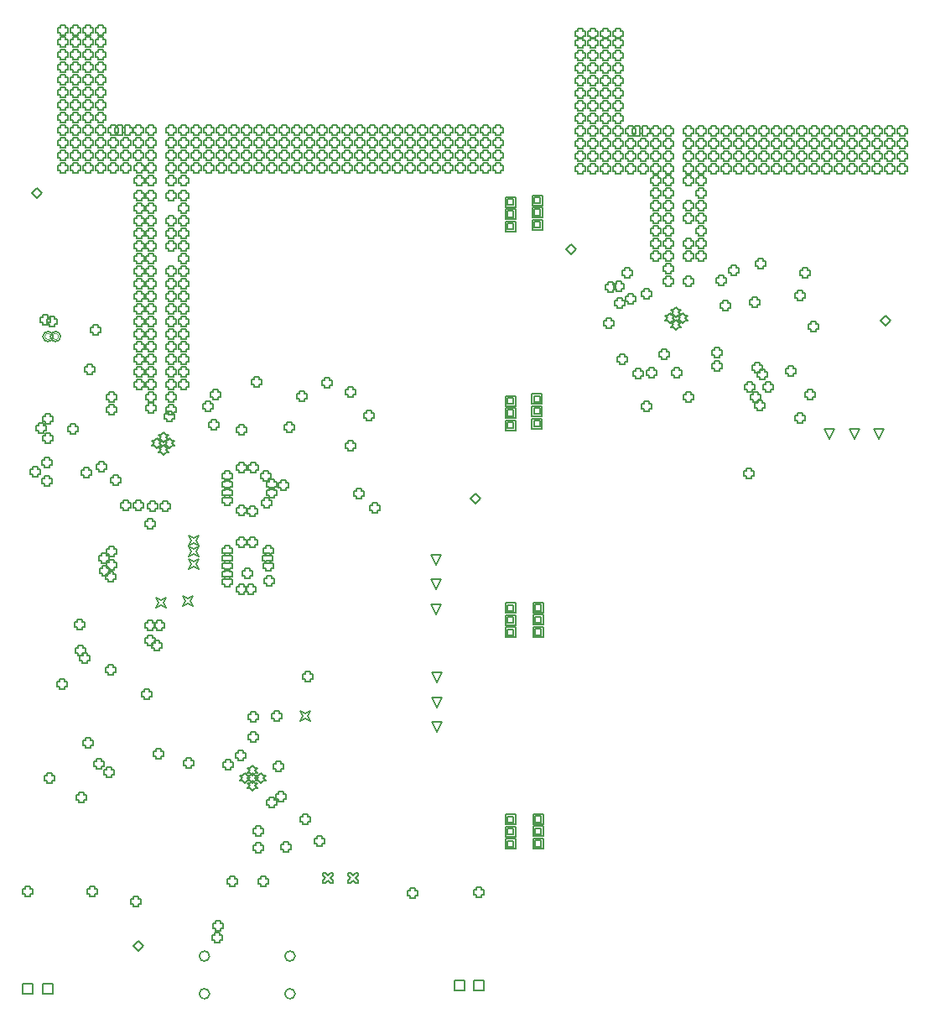
<source format=gbr>
G04*
G04 #@! TF.GenerationSoftware,Altium Limited,Altium Designer,24.10.1 (45)*
G04*
G04 Layer_Color=2752767*
%FSLAX44Y44*%
%MOMM*%
G71*
G04*
G04 #@! TF.SameCoordinates,58AE560C-37F5-4C9B-8F18-908462E99DB1*
G04*
G04*
G04 #@! TF.FilePolarity,Positive*
G04*
G01*
G75*
%ADD19C,0.1270*%
%ADD167C,0.1016*%
%ADD170C,0.1693*%
D19*
X33274Y842772D02*
X38354Y847852D01*
X43434Y842772D01*
X38354Y837692D01*
X33274Y842772D01*
X573278Y786384D02*
X578358Y791464D01*
X583438Y786384D01*
X578358Y781304D01*
X573278Y786384D01*
X890016Y714248D02*
X895096Y719328D01*
X900176Y714248D01*
X895096Y709168D01*
X890016Y714248D01*
X459900Y38520D02*
Y48680D01*
X470060D01*
Y38520D01*
X459900D01*
X479900D02*
Y48680D01*
X490060D01*
Y38520D01*
X479900D01*
X888854Y594614D02*
X883774Y604774D01*
X893934D01*
X888854Y594614D01*
X863854D02*
X858774Y604774D01*
X868934D01*
X863854Y594614D01*
X838854D02*
X833774Y604774D01*
X843934D01*
X838854Y594614D01*
X538484Y605354D02*
Y615514D01*
X548644D01*
Y605354D01*
X538484D01*
X540516Y607386D02*
Y613482D01*
X546612D01*
Y607386D01*
X540516D01*
X538484Y617800D02*
Y627960D01*
X548644D01*
Y617800D01*
X538484D01*
X540516Y619832D02*
Y625928D01*
X546612D01*
Y619832D01*
X540516D01*
X538484Y629992D02*
Y640152D01*
X548644D01*
Y629992D01*
X538484D01*
X540516Y632024D02*
Y638120D01*
X546612D01*
Y632024D01*
X540516D01*
X538734Y818388D02*
Y828548D01*
X548894D01*
Y818388D01*
X538734D01*
X540766Y820420D02*
Y826516D01*
X546862D01*
Y820420D01*
X540766D01*
X538734Y830580D02*
Y840740D01*
X548894D01*
Y830580D01*
X538734D01*
X540766Y832612D02*
Y838708D01*
X546862D01*
Y832612D01*
X540766D01*
X538734Y805942D02*
Y816102D01*
X548894D01*
Y805942D01*
X538734D01*
X540766Y807974D02*
Y814070D01*
X546862D01*
Y807974D01*
X540766D01*
X511810Y205994D02*
Y216154D01*
X521970D01*
Y205994D01*
X511810D01*
X513842Y208026D02*
Y214122D01*
X519938D01*
Y208026D01*
X513842D01*
X511810Y193802D02*
Y203962D01*
X521970D01*
Y193802D01*
X511810D01*
X513842Y195834D02*
Y201930D01*
X519938D01*
Y195834D01*
X513842D01*
X511810Y181356D02*
Y191516D01*
X521970D01*
Y181356D01*
X511810D01*
X513842Y183388D02*
Y189484D01*
X519938D01*
Y183388D01*
X513842D01*
X539750Y181610D02*
Y191770D01*
X549910D01*
Y181610D01*
X539750D01*
X541782Y183642D02*
Y189738D01*
X547878D01*
Y183642D01*
X541782D01*
X539750Y194056D02*
Y204216D01*
X549910D01*
Y194056D01*
X539750D01*
X541782Y196088D02*
Y202184D01*
X547878D01*
Y196088D01*
X541782D01*
X539750Y206248D02*
Y216408D01*
X549910D01*
Y206248D01*
X539750D01*
X541782Y208280D02*
Y214376D01*
X547878D01*
Y208280D01*
X541782D01*
X511810Y419354D02*
Y429514D01*
X521970D01*
Y419354D01*
X511810D01*
X513842Y421386D02*
Y427482D01*
X519938D01*
Y421386D01*
X513842D01*
X511810Y407162D02*
Y417322D01*
X521970D01*
Y407162D01*
X511810D01*
X513842Y409194D02*
Y415290D01*
X519938D01*
Y409194D01*
X513842D01*
X511810Y394716D02*
Y404876D01*
X521970D01*
Y394716D01*
X511810D01*
X513842Y396748D02*
Y402844D01*
X519938D01*
Y396748D01*
X513842D01*
X539750Y394970D02*
Y405130D01*
X549910D01*
Y394970D01*
X539750D01*
X541782Y397002D02*
Y403098D01*
X547878D01*
Y397002D01*
X541782D01*
X539750Y407416D02*
Y417576D01*
X549910D01*
Y407416D01*
X539750D01*
X541782Y409448D02*
Y415544D01*
X547878D01*
Y409448D01*
X541782D01*
X539750Y419608D02*
Y429768D01*
X549910D01*
Y419608D01*
X539750D01*
X541782Y421640D02*
Y427736D01*
X547878D01*
Y421640D01*
X541782D01*
X511560Y628214D02*
Y638374D01*
X521720D01*
Y628214D01*
X511560D01*
X513592Y630246D02*
Y636342D01*
X519688D01*
Y630246D01*
X513592D01*
X511560Y616022D02*
Y626182D01*
X521720D01*
Y616022D01*
X511560D01*
X513592Y618054D02*
Y624150D01*
X519688D01*
Y618054D01*
X513592D01*
X511560Y603576D02*
Y613736D01*
X521720D01*
Y603576D01*
X511560D01*
X513592Y605608D02*
Y611704D01*
X519688D01*
Y605608D01*
X513592D01*
X511810Y804164D02*
Y814324D01*
X521970D01*
Y804164D01*
X511810D01*
X513842Y806196D02*
Y812292D01*
X519938D01*
Y806196D01*
X513842D01*
X511810Y816610D02*
Y826770D01*
X521970D01*
Y816610D01*
X511810D01*
X513842Y818642D02*
Y824738D01*
X519938D01*
Y818642D01*
X513842D01*
X511810Y828802D02*
Y838962D01*
X521970D01*
Y828802D01*
X511810D01*
X513842Y830834D02*
Y836930D01*
X519938D01*
Y830834D01*
X513842D01*
X475996Y534416D02*
X481076Y539496D01*
X486156Y534416D01*
X481076Y529336D01*
X475996Y534416D01*
X353060Y147066D02*
X355600D01*
X358140Y149606D01*
X360680Y147066D01*
X363220D01*
Y149606D01*
X360680Y152146D01*
X363220Y154686D01*
Y157226D01*
X360680D01*
X358140Y154686D01*
X355600Y157226D01*
X353060D01*
Y154686D01*
X355600Y152146D01*
X353060Y149606D01*
Y147066D01*
X327660D02*
X330200D01*
X332740Y149606D01*
X335280Y147066D01*
X337820D01*
Y149606D01*
X335280Y152146D01*
X337820Y154686D01*
Y157226D01*
X335280D01*
X332740Y154686D01*
X330200Y157226D01*
X327660D01*
Y154686D01*
X330200Y152146D01*
X327660Y149606D01*
Y147066D01*
X136398Y83566D02*
X141478Y88646D01*
X146558Y83566D01*
X141478Y78486D01*
X136398Y83566D01*
X442552Y349104D02*
X437472Y359264D01*
X447632D01*
X442552Y349104D01*
Y324104D02*
X437472Y334264D01*
X447632D01*
X442552Y324104D01*
Y299104D02*
X437472Y309264D01*
X447632D01*
X442552Y299104D01*
X442044Y467976D02*
X436964Y478136D01*
X447124D01*
X442044Y467976D01*
Y442976D02*
X436964Y453136D01*
X447124D01*
X442044Y442976D01*
Y417976D02*
X436964Y428136D01*
X447124D01*
X442044Y417976D01*
X24544Y35218D02*
Y45378D01*
X34704D01*
Y35218D01*
X24544D01*
X44544D02*
Y45378D01*
X54704D01*
Y35218D01*
X44544D01*
X217932Y89662D02*
Y87122D01*
X223012D01*
Y89662D01*
X225552D01*
Y94742D01*
X223012D01*
Y97282D01*
X217932D01*
Y94742D01*
X215392D01*
Y89662D01*
X217932D01*
X218694Y101600D02*
Y99060D01*
X223774D01*
Y101600D01*
X226314D01*
Y106680D01*
X223774D01*
Y109220D01*
X218694D01*
Y106680D01*
X216154D01*
Y101600D01*
X218694D01*
X51054Y710946D02*
Y708406D01*
X56134D01*
Y710946D01*
X58674D01*
Y716026D01*
X56134D01*
Y718566D01*
X51054D01*
Y716026D01*
X48514D01*
Y710946D01*
X51054D01*
X44450Y712470D02*
Y709930D01*
X49530D01*
Y712470D01*
X52070D01*
Y717550D01*
X49530D01*
Y720090D01*
X44450D01*
Y717550D01*
X41910D01*
Y712470D01*
X44450D01*
X254419Y291846D02*
Y289306D01*
X259499D01*
Y291846D01*
X262039D01*
Y296926D01*
X259499D01*
Y299466D01*
X254419D01*
Y296926D01*
X251879D01*
Y291846D01*
X254419D01*
X623570Y746252D02*
Y743712D01*
X628650D01*
Y746252D01*
X631190D01*
Y751332D01*
X628650D01*
Y753872D01*
X623570D01*
Y751332D01*
X621030D01*
Y746252D01*
X623570D01*
X635560Y733857D02*
Y731318D01*
X640639D01*
Y733857D01*
X643179D01*
Y738938D01*
X640639D01*
Y741478D01*
X635560D01*
Y738938D01*
X633019D01*
Y733857D01*
X635560D01*
X615442Y745236D02*
Y742696D01*
X620522D01*
Y745236D01*
X623062D01*
Y750316D01*
X620522D01*
Y752856D01*
X615442D01*
Y750316D01*
X612902D01*
Y745236D01*
X615442D01*
X34290Y559054D02*
Y556514D01*
X39370D01*
Y559054D01*
X41910D01*
Y564134D01*
X39370D01*
Y566674D01*
X34290D01*
Y564134D01*
X31750D01*
Y559054D01*
X34290D01*
X86360Y558800D02*
Y556260D01*
X91440D01*
Y558800D01*
X93980D01*
Y563880D01*
X91440D01*
Y566420D01*
X86360D01*
Y563880D01*
X83820D01*
Y558800D01*
X86360D01*
X151130Y623443D02*
Y620903D01*
X156210D01*
Y623443D01*
X158750D01*
Y628523D01*
X156210D01*
Y631063D01*
X151130D01*
Y628523D01*
X148590D01*
Y623443D01*
X151130D01*
X651764Y738886D02*
Y736346D01*
X656844D01*
Y738886D01*
X659384D01*
Y743966D01*
X656844D01*
Y746506D01*
X651764D01*
Y743966D01*
X649224D01*
Y738886D01*
X651764D01*
X624534Y729436D02*
Y726897D01*
X629614D01*
Y729436D01*
X632155D01*
Y734517D01*
X629614D01*
Y737057D01*
X624534D01*
Y734517D01*
X621995D01*
Y729436D01*
X624534D01*
X761238Y730250D02*
Y727710D01*
X766318D01*
Y730250D01*
X768858D01*
Y735330D01*
X766318D01*
Y737870D01*
X761238D01*
Y735330D01*
X758698D01*
Y730250D01*
X761238D01*
X731012Y727202D02*
Y724662D01*
X736092D01*
Y727202D01*
X738632D01*
Y732282D01*
X736092D01*
Y734822D01*
X731012D01*
Y732282D01*
X728472D01*
Y727202D01*
X731012D01*
X727202Y752094D02*
Y749554D01*
X732282D01*
Y752094D01*
X734822D01*
Y757174D01*
X732282D01*
Y759714D01*
X727202D01*
Y757174D01*
X724662D01*
Y752094D01*
X727202D01*
X169462Y614988D02*
Y612448D01*
X174542D01*
Y614988D01*
X177082D01*
Y620068D01*
X174542D01*
Y622608D01*
X169462D01*
Y620068D01*
X166922D01*
Y614988D01*
X169462D01*
X280287Y261749D02*
Y259209D01*
X285367D01*
Y261749D01*
X287907D01*
Y266829D01*
X285367D01*
Y269369D01*
X280287D01*
Y266829D01*
X277747D01*
Y261749D01*
X280287D01*
X109220Y255778D02*
Y253238D01*
X114300D01*
Y255778D01*
X116840D01*
Y260858D01*
X114300D01*
Y263398D01*
X109220D01*
Y260858D01*
X106680D01*
Y255778D01*
X109220D01*
X242570Y519938D02*
Y517398D01*
X247650D01*
Y519938D01*
X250190D01*
Y525018D01*
X247650D01*
Y527558D01*
X242570D01*
Y525018D01*
X240030D01*
Y519938D01*
X242570D01*
X242443Y487934D02*
Y485394D01*
X247523D01*
Y487934D01*
X250063D01*
Y493014D01*
X247523D01*
Y495554D01*
X242443D01*
Y493014D01*
X239903D01*
Y487934D01*
X242443D01*
X242570Y563372D02*
Y560832D01*
X247650D01*
Y563372D01*
X250190D01*
Y568452D01*
X247650D01*
Y570992D01*
X242570D01*
Y568452D01*
X240030D01*
Y563372D01*
X242570D01*
X253492Y488188D02*
Y485648D01*
X258572D01*
Y488188D01*
X261112D01*
Y493268D01*
X258572D01*
Y495808D01*
X253492D01*
Y493268D01*
X250952D01*
Y488188D01*
X253492D01*
X253492Y519684D02*
Y517144D01*
X258572D01*
Y519684D01*
X261112D01*
Y524764D01*
X258572D01*
Y527304D01*
X253492D01*
Y524764D01*
X250952D01*
Y519684D01*
X253492D01*
X248412Y456438D02*
Y453898D01*
X253492D01*
Y456438D01*
X256032D01*
Y461518D01*
X253492D01*
Y464058D01*
X248412D01*
Y461518D01*
X245872D01*
Y456438D01*
X248412D01*
X252349Y440563D02*
Y438023D01*
X257429D01*
Y440563D01*
X259969D01*
Y445643D01*
X257429D01*
Y448183D01*
X252349D01*
Y445643D01*
X249809D01*
Y440563D01*
X252349D01*
X150622Y389255D02*
Y386715D01*
X155702D01*
Y389255D01*
X158242D01*
Y394335D01*
X155702D01*
Y396875D01*
X150622D01*
Y394335D01*
X148082D01*
Y389255D01*
X150622D01*
X228219Y546609D02*
Y544069D01*
X233299D01*
Y546609D01*
X235839D01*
Y551689D01*
X233299D01*
Y554229D01*
X228219D01*
Y551689D01*
X225679D01*
Y546609D01*
X228219D01*
Y472017D02*
Y469477D01*
X233299D01*
Y472017D01*
X235839D01*
Y477097D01*
X233299D01*
Y479637D01*
X228219D01*
Y477097D01*
X225679D01*
Y472017D01*
X228219D01*
Y530023D02*
Y527482D01*
X233299D01*
Y530023D01*
X235839D01*
Y535103D01*
X233299D01*
Y537643D01*
X228219D01*
Y535103D01*
X225679D01*
Y530023D01*
X228219D01*
Y464143D02*
Y461603D01*
X233299D01*
Y464143D01*
X235839D01*
Y469223D01*
X233299D01*
Y471763D01*
X228219D01*
Y469223D01*
X225679D01*
Y464143D01*
X228219D01*
Y448189D02*
Y445649D01*
X233299D01*
Y448189D01*
X235839D01*
Y453269D01*
X233299D01*
Y455809D01*
X228219D01*
Y453269D01*
X225679D01*
Y448189D01*
X228219D01*
Y554788D02*
Y552248D01*
X233299D01*
Y554788D01*
X235839D01*
Y559868D01*
X233299D01*
Y562408D01*
X228219D01*
Y559868D01*
X225679D01*
Y554788D01*
X228219D01*
Y456269D02*
Y453729D01*
X233299D01*
Y456269D01*
X235839D01*
Y461349D01*
X233299D01*
Y463889D01*
X228219D01*
Y461349D01*
X225679D01*
Y456269D01*
X228219D01*
Y479891D02*
Y477351D01*
X233299D01*
Y479891D01*
X235839D01*
Y484971D01*
X233299D01*
Y487511D01*
X228219D01*
Y484971D01*
X225679D01*
Y479891D01*
X228219D01*
Y537972D02*
Y535432D01*
X233299D01*
Y537972D01*
X235839D01*
Y543052D01*
X233299D01*
Y545592D01*
X228219D01*
Y543052D01*
X225679D01*
Y537972D01*
X228219D01*
X185674Y425958D02*
X188214Y431038D01*
X185674Y436118D01*
X190754Y433578D01*
X195834Y436118D01*
X193294Y431038D01*
X195834Y425958D01*
X190754Y428498D01*
X185674Y425958D01*
X273102Y538278D02*
Y535737D01*
X278181D01*
Y538278D01*
X280721D01*
Y543358D01*
X278181D01*
Y545897D01*
X273102D01*
Y543358D01*
X270562D01*
Y538278D01*
X273102D01*
X268172Y527761D02*
Y525220D01*
X273253D01*
Y527761D01*
X275793D01*
Y532840D01*
X273253D01*
Y535381D01*
X268172D01*
Y532840D01*
X265632D01*
Y527761D01*
X268172D01*
X284988Y545846D02*
Y543306D01*
X290068D01*
Y545846D01*
X292608D01*
Y550926D01*
X290068D01*
Y553466D01*
X284988D01*
Y550926D01*
X282448D01*
Y545846D01*
X284988D01*
X254254Y563372D02*
Y560832D01*
X259334D01*
Y563372D01*
X261874D01*
Y568452D01*
X259334D01*
Y570992D01*
X254254D01*
Y568452D01*
X251714D01*
Y563372D01*
X254254D01*
X273050Y546862D02*
Y544322D01*
X278130D01*
Y546862D01*
X280670D01*
Y551942D01*
X278130D01*
Y554482D01*
X273050D01*
Y551942D01*
X270510D01*
Y546862D01*
X273050D01*
X269188Y471890D02*
Y469350D01*
X274268D01*
Y471890D01*
X276808D01*
Y476970D01*
X274268D01*
Y479510D01*
X269188D01*
Y476970D01*
X266649D01*
Y471890D01*
X269188D01*
X269687Y479800D02*
Y477260D01*
X274767D01*
Y479800D01*
X277307D01*
Y484880D01*
X274767D01*
Y487420D01*
X269687D01*
Y484880D01*
X267147D01*
Y479800D01*
X269687D01*
X270002Y464058D02*
Y461518D01*
X275082D01*
Y464058D01*
X277622D01*
Y469138D01*
X275082D01*
Y471678D01*
X270002D01*
Y469138D01*
X267462D01*
Y464058D01*
X270002D01*
X270764Y449326D02*
Y446786D01*
X275844D01*
Y449326D01*
X278384D01*
Y454406D01*
X275844D01*
Y456946D01*
X270764D01*
Y454406D01*
X268224D01*
Y449326D01*
X270764D01*
X267589Y554736D02*
Y552196D01*
X272669D01*
Y554736D01*
X275209D01*
Y559816D01*
X272669D01*
Y562356D01*
X267589D01*
Y559816D01*
X265049D01*
Y554736D01*
X267589D01*
X242570Y601586D02*
Y599046D01*
X247650D01*
Y601586D01*
X250190D01*
Y606666D01*
X247650D01*
Y609206D01*
X242570D01*
Y606666D01*
X240030D01*
Y601586D01*
X242570D01*
Y440944D02*
Y438404D01*
X247650D01*
Y440944D01*
X250190D01*
Y446024D01*
X247650D01*
Y448564D01*
X242570D01*
Y446024D01*
X240030D01*
Y440944D01*
X242570D01*
X139014Y786892D02*
Y784352D01*
X144094D01*
Y786892D01*
X146634D01*
Y791972D01*
X144094D01*
Y794512D01*
X139014D01*
Y791972D01*
X136474D01*
Y786892D01*
X139014D01*
X151130Y774192D02*
Y771652D01*
X156210D01*
Y774192D01*
X158750D01*
Y779272D01*
X156210D01*
Y781812D01*
X151130D01*
Y779272D01*
X148590D01*
Y774192D01*
X151130D01*
X656590Y658876D02*
Y656336D01*
X661670D01*
Y658876D01*
X664210D01*
Y663956D01*
X661670D01*
Y666496D01*
X656590D01*
Y663956D01*
X654050D01*
Y658876D01*
X656590D01*
X643382Y658622D02*
Y656082D01*
X648462D01*
Y658622D01*
X651002D01*
Y663702D01*
X648462D01*
Y666242D01*
X643382D01*
Y663702D01*
X640842D01*
Y658622D01*
X643382D01*
X257556Y649478D02*
Y646938D01*
X262636D01*
Y649478D01*
X265176D01*
Y654558D01*
X262636D01*
Y657098D01*
X257556D01*
Y654558D01*
X255016D01*
Y649478D01*
X257556D01*
X328676Y648970D02*
Y646430D01*
X333756D01*
Y648970D01*
X336296D01*
Y654050D01*
X333756D01*
Y656590D01*
X328676D01*
Y654050D01*
X326136D01*
Y648970D01*
X328676D01*
X352806Y640080D02*
Y637540D01*
X357886D01*
Y640080D01*
X360426D01*
Y645160D01*
X357886D01*
Y647700D01*
X352806D01*
Y645160D01*
X350266D01*
Y640080D01*
X352806D01*
X303276Y635762D02*
Y633222D01*
X308356D01*
Y635762D01*
X310896D01*
Y640842D01*
X308356D01*
Y643382D01*
X303276D01*
Y640842D01*
X300736D01*
Y635762D01*
X303276D01*
X651256Y625602D02*
Y623062D01*
X656336D01*
Y625602D01*
X658876D01*
Y630682D01*
X656336D01*
Y633222D01*
X651256D01*
Y630682D01*
X648716D01*
Y625602D01*
X651256D01*
X371348Y616204D02*
Y613664D01*
X376428D01*
Y616204D01*
X378968D01*
Y621284D01*
X376428D01*
Y623824D01*
X371348D01*
Y621284D01*
X368808D01*
Y616204D01*
X371348D01*
X290830Y604266D02*
Y601726D01*
X295910D01*
Y604266D01*
X298450D01*
Y609346D01*
X295910D01*
Y611886D01*
X290830D01*
Y609346D01*
X288290D01*
Y604266D01*
X290830D01*
X353060Y585724D02*
Y583184D01*
X358140D01*
Y585724D01*
X360680D01*
Y590804D01*
X358140D01*
Y593344D01*
X353060D01*
Y590804D01*
X350520D01*
Y585724D01*
X353060D01*
X377444Y522986D02*
Y520446D01*
X382524D01*
Y522986D01*
X385064D01*
Y528066D01*
X382524D01*
Y530606D01*
X377444D01*
Y528066D01*
X374904D01*
Y522986D01*
X377444D01*
X482600Y134874D02*
Y132334D01*
X487680D01*
Y134874D01*
X490220D01*
Y139954D01*
X487680D01*
Y142494D01*
X482600D01*
Y139954D01*
X480060D01*
Y134874D01*
X482600D01*
X309372Y352552D02*
Y350012D01*
X314452D01*
Y352552D01*
X316992D01*
Y357632D01*
X314452D01*
Y360172D01*
X309372D01*
Y357632D01*
X306832D01*
Y352552D01*
X309372D01*
X278638Y312674D02*
Y310134D01*
X283718D01*
Y312674D01*
X286258D01*
Y317754D01*
X283718D01*
Y320294D01*
X278638D01*
Y317754D01*
X276098D01*
Y312674D01*
X278638D01*
X254508Y311912D02*
Y309372D01*
X259588D01*
Y311912D01*
X262128D01*
Y316992D01*
X259588D01*
Y319532D01*
X254508D01*
Y316992D01*
X251968D01*
Y311912D01*
X254508D01*
X307086Y208788D02*
Y206248D01*
X312166D01*
Y208788D01*
X314706D01*
Y213868D01*
X312166D01*
Y216408D01*
X307086D01*
Y213868D01*
X304546D01*
Y208788D01*
X307086D01*
X259588Y197104D02*
Y194564D01*
X264668D01*
Y197104D01*
X267208D01*
Y202184D01*
X264668D01*
Y204724D01*
X259588D01*
Y202184D01*
X257048D01*
Y197104D01*
X259588D01*
X321056Y186944D02*
Y184404D01*
X326136D01*
Y186944D01*
X328676D01*
Y192024D01*
X326136D01*
Y194564D01*
X321056D01*
Y192024D01*
X318516D01*
Y186944D01*
X321056D01*
X287274Y180594D02*
Y178054D01*
X292354D01*
Y180594D01*
X294894D01*
Y185674D01*
X292354D01*
Y188214D01*
X287274D01*
Y185674D01*
X284734D01*
Y180594D01*
X287274D01*
X259588Y179578D02*
Y177038D01*
X264668D01*
Y179578D01*
X267208D01*
Y184658D01*
X264668D01*
Y187198D01*
X259588D01*
Y184658D01*
X257048D01*
Y179578D01*
X259588D01*
X282448Y231394D02*
Y228854D01*
X287528D01*
Y231394D01*
X290068D01*
Y236474D01*
X287528D01*
Y239014D01*
X282448D01*
Y236474D01*
X279908D01*
Y231394D01*
X282448D01*
X273558Y225806D02*
Y223266D01*
X278638D01*
Y225806D01*
X281178D01*
Y230886D01*
X278638D01*
Y233426D01*
X273558D01*
Y230886D01*
X271018D01*
Y225806D01*
X273558D01*
X184150Y774192D02*
Y771652D01*
X189230D01*
Y774192D01*
X191770D01*
Y779272D01*
X189230D01*
Y781812D01*
X184150D01*
Y779272D01*
X181610D01*
Y774192D01*
X184150D01*
X171450Y761492D02*
Y758952D01*
X176530D01*
Y761492D01*
X179070D01*
Y766572D01*
X176530D01*
Y769112D01*
X171450D01*
Y766572D01*
X168910D01*
Y761492D01*
X171450D01*
X184150D02*
Y758952D01*
X189230D01*
Y761492D01*
X191770D01*
Y766572D01*
X189230D01*
Y769112D01*
X184150D01*
Y766572D01*
X181610D01*
Y761492D01*
X184150D01*
Y748792D02*
Y746252D01*
X189230D01*
Y748792D01*
X191770D01*
Y753872D01*
X189230D01*
Y756412D01*
X184150D01*
Y753872D01*
X181610D01*
Y748792D01*
X184150D01*
X171450D02*
Y746252D01*
X176530D01*
Y748792D01*
X179070D01*
Y753872D01*
X176530D01*
Y756412D01*
X171450D01*
Y753872D01*
X168910D01*
Y748792D01*
X171450D01*
Y736092D02*
Y733552D01*
X176530D01*
Y736092D01*
X179070D01*
Y741172D01*
X176530D01*
Y743712D01*
X171450D01*
Y741172D01*
X168910D01*
Y736092D01*
X171450D01*
X184150D02*
Y733552D01*
X189230D01*
Y736092D01*
X191770D01*
Y741172D01*
X189230D01*
Y743712D01*
X184150D01*
Y741172D01*
X181610D01*
Y736092D01*
X184150D01*
Y723392D02*
Y720852D01*
X189230D01*
Y723392D01*
X191770D01*
Y728472D01*
X189230D01*
Y731012D01*
X184150D01*
Y728472D01*
X181610D01*
Y723392D01*
X184150D01*
X171450D02*
Y720852D01*
X176530D01*
Y723392D01*
X179070D01*
Y728472D01*
X176530D01*
Y731012D01*
X171450D01*
Y728472D01*
X168910D01*
Y723392D01*
X171450D01*
Y710692D02*
Y708152D01*
X176530D01*
Y710692D01*
X179070D01*
Y715772D01*
X176530D01*
Y718312D01*
X171450D01*
Y715772D01*
X168910D01*
Y710692D01*
X171450D01*
X184150D02*
Y708152D01*
X189230D01*
Y710692D01*
X191770D01*
Y715772D01*
X189230D01*
Y718312D01*
X184150D01*
Y715772D01*
X181610D01*
Y710692D01*
X184150D01*
Y697992D02*
Y695452D01*
X189230D01*
Y697992D01*
X191770D01*
Y703072D01*
X189230D01*
Y705612D01*
X184150D01*
Y703072D01*
X181610D01*
Y697992D01*
X184150D01*
X171450D02*
Y695452D01*
X176530D01*
Y697992D01*
X179070D01*
Y703072D01*
X176530D01*
Y705612D01*
X171450D01*
Y703072D01*
X168910D01*
Y697992D01*
X171450D01*
X151130D02*
Y695452D01*
X156210D01*
Y697992D01*
X158750D01*
Y703072D01*
X156210D01*
Y705612D01*
X151130D01*
Y703072D01*
X148590D01*
Y697992D01*
X151130D01*
X184150Y685292D02*
Y682752D01*
X189230D01*
Y685292D01*
X191770D01*
Y690372D01*
X189230D01*
Y692912D01*
X184150D01*
Y690372D01*
X181610D01*
Y685292D01*
X184150D01*
X171450D02*
Y682752D01*
X176530D01*
Y685292D01*
X179070D01*
Y690372D01*
X176530D01*
Y692912D01*
X171450D01*
Y690372D01*
X168910D01*
Y685292D01*
X171450D01*
Y672592D02*
Y670052D01*
X176530D01*
Y672592D01*
X179070D01*
Y677672D01*
X176530D01*
Y680212D01*
X171450D01*
Y677672D01*
X168910D01*
Y672592D01*
X171450D01*
X184150Y659892D02*
Y657352D01*
X189230D01*
Y659892D01*
X191770D01*
Y664972D01*
X189230D01*
Y667512D01*
X184150D01*
Y664972D01*
X181610D01*
Y659892D01*
X184150D01*
X171450D02*
Y657352D01*
X176530D01*
Y659892D01*
X179070D01*
Y664972D01*
X176530D01*
Y667512D01*
X171450D01*
Y664972D01*
X168910D01*
Y659892D01*
X171450D01*
X151130D02*
Y657352D01*
X156210D01*
Y659892D01*
X158750D01*
Y664972D01*
X156210D01*
Y667512D01*
X151130D01*
Y664972D01*
X148590D01*
Y659892D01*
X151130D01*
X171450Y647192D02*
Y644652D01*
X176530D01*
Y647192D01*
X179070D01*
Y652272D01*
X176530D01*
Y654812D01*
X171450D01*
Y652272D01*
X168910D01*
Y647192D01*
X171450D01*
X216662Y636778D02*
Y634238D01*
X221742D01*
Y636778D01*
X224282D01*
Y641858D01*
X221742D01*
Y644398D01*
X216662D01*
Y641858D01*
X214122D01*
Y636778D01*
X216662D01*
X171450Y634492D02*
Y631952D01*
X176530D01*
Y634492D01*
X179070D01*
Y639572D01*
X176530D01*
Y642112D01*
X171450D01*
Y639572D01*
X168910D01*
Y634492D01*
X171450D01*
X208534Y625094D02*
Y622554D01*
X213614D01*
Y625094D01*
X216154D01*
Y630174D01*
X213614D01*
Y632714D01*
X208534D01*
Y630174D01*
X205994D01*
Y625094D01*
X208534D01*
X214630Y606298D02*
Y603758D01*
X219710D01*
Y606298D01*
X222250D01*
Y611378D01*
X219710D01*
Y613918D01*
X214630D01*
Y611378D01*
X212090D01*
Y606298D01*
X214630D01*
X184150Y672592D02*
Y670052D01*
X189230D01*
Y672592D01*
X191770D01*
Y677672D01*
X189230D01*
Y680212D01*
X184150D01*
Y677672D01*
X181610D01*
Y672592D01*
X184150D01*
X139014Y774192D02*
Y771652D01*
X144094D01*
Y774192D01*
X146634D01*
Y779272D01*
X144094D01*
Y781812D01*
X139014D01*
Y779272D01*
X136474D01*
Y774192D01*
X139014D01*
X151130Y761492D02*
Y758952D01*
X156210D01*
Y761492D01*
X158750D01*
Y766572D01*
X156210D01*
Y769112D01*
X151130D01*
Y766572D01*
X148590D01*
Y761492D01*
X151130D01*
X139014D02*
Y758952D01*
X144094D01*
Y761492D01*
X146634D01*
Y766572D01*
X144094D01*
Y769112D01*
X139014D01*
Y766572D01*
X136474D01*
Y761492D01*
X139014D01*
X151130Y748792D02*
Y746252D01*
X156210D01*
Y748792D01*
X158750D01*
Y753872D01*
X156210D01*
Y756412D01*
X151130D01*
Y753872D01*
X148590D01*
Y748792D01*
X151130D01*
X139014D02*
Y746252D01*
X144094D01*
Y748792D01*
X146634D01*
Y753872D01*
X144094D01*
Y756412D01*
X139014D01*
Y753872D01*
X136474D01*
Y748792D01*
X139014D01*
X151130Y736092D02*
Y733552D01*
X156210D01*
Y736092D01*
X158750D01*
Y741172D01*
X156210D01*
Y743712D01*
X151130D01*
Y741172D01*
X148590D01*
Y736092D01*
X151130D01*
X139014D02*
Y733552D01*
X144094D01*
Y736092D01*
X146634D01*
Y741172D01*
X144094D01*
Y743712D01*
X139014D01*
Y741172D01*
X136474D01*
Y736092D01*
X139014D01*
X151130Y723392D02*
Y720852D01*
X156210D01*
Y723392D01*
X158750D01*
Y728472D01*
X156210D01*
Y731012D01*
X151130D01*
Y728472D01*
X148590D01*
Y723392D01*
X151130D01*
X139014D02*
Y720852D01*
X144094D01*
Y723392D01*
X146634D01*
Y728472D01*
X144094D01*
Y731012D01*
X139014D01*
Y728472D01*
X136474D01*
Y723392D01*
X139014D01*
Y710692D02*
Y708152D01*
X144094D01*
Y710692D01*
X146634D01*
Y715772D01*
X144094D01*
Y718312D01*
X139014D01*
Y715772D01*
X136474D01*
Y710692D01*
X139014D01*
X94996Y702310D02*
Y699770D01*
X100076D01*
Y702310D01*
X102616D01*
Y707390D01*
X100076D01*
Y709930D01*
X94996D01*
Y707390D01*
X92456D01*
Y702310D01*
X94996D01*
X139014Y697992D02*
Y695452D01*
X144094D01*
Y697992D01*
X146634D01*
Y703072D01*
X144094D01*
Y705612D01*
X139014D01*
Y703072D01*
X136474D01*
Y697992D01*
X139014D01*
X151130Y710692D02*
Y708152D01*
X156210D01*
Y710692D01*
X158750D01*
Y715772D01*
X156210D01*
Y718312D01*
X151130D01*
Y715772D01*
X148590D01*
Y710692D01*
X151130D01*
Y685292D02*
Y682752D01*
X156210D01*
Y685292D01*
X158750D01*
Y690372D01*
X156210D01*
Y692912D01*
X151130D01*
Y690372D01*
X148590D01*
Y685292D01*
X151130D01*
X139014D02*
Y682752D01*
X144094D01*
Y685292D01*
X146634D01*
Y690372D01*
X144094D01*
Y692912D01*
X139014D01*
Y690372D01*
X136474D01*
Y685292D01*
X139014D01*
X151130Y672592D02*
Y670052D01*
X156210D01*
Y672592D01*
X158750D01*
Y677672D01*
X156210D01*
Y680212D01*
X151130D01*
Y677672D01*
X148590D01*
Y672592D01*
X151130D01*
X139014D02*
Y670052D01*
X144094D01*
Y672592D01*
X146634D01*
Y677672D01*
X144094D01*
Y680212D01*
X139014D01*
Y677672D01*
X136474D01*
Y672592D01*
X139014D01*
X89154Y662940D02*
Y660400D01*
X94234D01*
Y662940D01*
X96774D01*
Y668020D01*
X94234D01*
Y670560D01*
X89154D01*
Y668020D01*
X86614D01*
Y662940D01*
X89154D01*
X139014Y659892D02*
Y657352D01*
X144094D01*
Y659892D01*
X146634D01*
Y664972D01*
X144094D01*
Y667512D01*
X139014D01*
Y664972D01*
X136474D01*
Y659892D01*
X139014D01*
X151130Y647192D02*
Y644652D01*
X156210D01*
Y647192D01*
X158750D01*
Y652272D01*
X156210D01*
Y654812D01*
X151130D01*
Y652272D01*
X148590D01*
Y647192D01*
X151130D01*
X111760Y635000D02*
Y632460D01*
X116840D01*
Y635000D01*
X119380D01*
Y640080D01*
X116840D01*
Y642620D01*
X111760D01*
Y640080D01*
X109220D01*
Y635000D01*
X111760D01*
X151130Y634492D02*
Y631952D01*
X156210D01*
Y634492D01*
X158750D01*
Y639572D01*
X156210D01*
Y642112D01*
X151130D01*
Y639572D01*
X148590D01*
Y634492D01*
X151130D01*
X111506Y621792D02*
Y619252D01*
X116586D01*
Y621792D01*
X119126D01*
Y626872D01*
X116586D01*
Y629412D01*
X111506D01*
Y626872D01*
X108966D01*
Y621792D01*
X111506D01*
X40386Y602996D02*
Y600456D01*
X45466D01*
Y602996D01*
X48006D01*
Y608076D01*
X45466D01*
Y610616D01*
X40386D01*
Y608076D01*
X37846D01*
Y602996D01*
X40386D01*
X72898Y602051D02*
Y599511D01*
X77978D01*
Y602051D01*
X80518D01*
Y607131D01*
X77978D01*
Y609671D01*
X72898D01*
Y607131D01*
X70358D01*
Y602051D01*
X72898D01*
X152654Y524256D02*
Y521716D01*
X157734D01*
Y524256D01*
X160274D01*
Y529336D01*
X157734D01*
Y531876D01*
X152654D01*
Y529336D01*
X150114D01*
Y524256D01*
X152654D01*
X165354D02*
Y521716D01*
X170434D01*
Y524256D01*
X172974D01*
Y529336D01*
X170434D01*
Y531876D01*
X165354D01*
Y529336D01*
X162814D01*
Y524256D01*
X165354D01*
X159766Y404114D02*
Y401574D01*
X164846D01*
Y404114D01*
X167386D01*
Y409194D01*
X164846D01*
Y411734D01*
X159766D01*
Y409194D01*
X157226D01*
Y404114D01*
X159766D01*
X156972Y383794D02*
Y381254D01*
X162052D01*
Y383794D01*
X164592D01*
Y388874D01*
X162052D01*
Y391414D01*
X156972D01*
Y388874D01*
X154432D01*
Y383794D01*
X156972D01*
X158750Y274574D02*
Y272034D01*
X163830D01*
Y274574D01*
X166370D01*
Y279654D01*
X163830D01*
Y282194D01*
X158750D01*
Y279654D01*
X156210D01*
Y274574D01*
X158750D01*
X242062Y273304D02*
Y270764D01*
X247142D01*
Y273304D01*
X249682D01*
Y278384D01*
X247142D01*
Y280924D01*
X242062D01*
Y278384D01*
X239522D01*
Y273304D01*
X242062D01*
X188976Y265430D02*
Y262890D01*
X194056D01*
Y265430D01*
X196596D01*
Y270510D01*
X194056D01*
Y273050D01*
X188976D01*
Y270510D01*
X186436D01*
Y265430D01*
X188976D01*
X228854Y263652D02*
Y261112D01*
X233934D01*
Y263652D01*
X236474D01*
Y268732D01*
X233934D01*
Y271272D01*
X228854D01*
Y268732D01*
X226314D01*
Y263652D01*
X228854D01*
X233680Y146050D02*
Y143510D01*
X238760D01*
Y146050D01*
X241300D01*
Y151130D01*
X238760D01*
Y153670D01*
X233680D01*
Y151130D01*
X231140D01*
Y146050D01*
X233680D01*
X110490Y359156D02*
Y356616D01*
X115570D01*
Y359156D01*
X118110D01*
Y364236D01*
X115570D01*
Y366776D01*
X110490D01*
Y364236D01*
X107950D01*
Y359156D01*
X110490D01*
X61468Y344678D02*
Y342138D01*
X66548D01*
Y344678D01*
X69088D01*
Y349758D01*
X66548D01*
Y352298D01*
X61468D01*
Y349758D01*
X58928D01*
Y344678D01*
X61468D01*
X147320Y335280D02*
Y332740D01*
X152400D01*
Y335280D01*
X154940D01*
Y340360D01*
X152400D01*
Y342900D01*
X147320D01*
Y340360D01*
X144780D01*
Y335280D01*
X147320D01*
X87884Y286004D02*
Y283464D01*
X92964D01*
Y286004D01*
X95504D01*
Y291084D01*
X92964D01*
Y293624D01*
X87884D01*
Y291084D01*
X85344D01*
Y286004D01*
X87884D01*
X99060Y264922D02*
Y262382D01*
X104140D01*
Y264922D01*
X106680D01*
Y270002D01*
X104140D01*
Y272542D01*
X99060D01*
Y270002D01*
X96520D01*
Y264922D01*
X99060D01*
X49022Y250444D02*
Y247904D01*
X54102D01*
Y250444D01*
X56642D01*
Y255524D01*
X54102D01*
Y258064D01*
X49022D01*
Y255524D01*
X46482D01*
Y250444D01*
X49022D01*
X81280Y231140D02*
Y228600D01*
X86360D01*
Y231140D01*
X88900D01*
Y236220D01*
X86360D01*
Y238760D01*
X81280D01*
Y236220D01*
X78740D01*
Y231140D01*
X81280D01*
X91694Y135890D02*
Y133350D01*
X96774D01*
Y135890D01*
X99314D01*
Y140970D01*
X96774D01*
Y143510D01*
X91694D01*
Y140970D01*
X89154D01*
Y135890D01*
X91694D01*
X135636Y125984D02*
Y123444D01*
X140716D01*
Y125984D01*
X143256D01*
Y131064D01*
X140716D01*
Y133604D01*
X135636D01*
Y131064D01*
X133096D01*
Y125984D01*
X135636D01*
X79756Y379222D02*
Y376682D01*
X84836D01*
Y379222D01*
X87376D01*
Y384302D01*
X84836D01*
Y386842D01*
X79756D01*
Y384302D01*
X77216D01*
Y379222D01*
X79756D01*
X84074Y371348D02*
Y368808D01*
X89154D01*
Y371348D01*
X91694D01*
Y376428D01*
X89154D01*
Y378968D01*
X84074D01*
Y376428D01*
X81534D01*
Y371348D01*
X84074D01*
X101600Y564134D02*
Y561594D01*
X106680D01*
Y564134D01*
X109220D01*
Y569214D01*
X106680D01*
Y571754D01*
X101600D01*
Y569214D01*
X99060D01*
Y564134D01*
X101600D01*
X115500Y550955D02*
Y548415D01*
X120580D01*
Y550955D01*
X123120D01*
Y556035D01*
X120580D01*
Y558575D01*
X115500D01*
Y556035D01*
X112960D01*
Y550955D01*
X115500D01*
X125476Y525526D02*
Y522986D01*
X130556D01*
Y525526D01*
X133096D01*
Y530606D01*
X130556D01*
Y533146D01*
X125476D01*
Y530606D01*
X122936D01*
Y525526D01*
X125476D01*
X111252Y465074D02*
Y462534D01*
X116332D01*
Y465074D01*
X118872D01*
Y470154D01*
X116332D01*
Y472694D01*
X111252D01*
Y470154D01*
X108712D01*
Y465074D01*
X111252D01*
X110744Y453136D02*
Y450596D01*
X115824D01*
Y453136D01*
X118364D01*
Y458216D01*
X115824D01*
Y460756D01*
X110744D01*
Y458216D01*
X108204D01*
Y453136D01*
X110744D01*
X79502Y405384D02*
Y402844D01*
X84582D01*
Y405384D01*
X87122D01*
Y410464D01*
X84582D01*
Y413004D01*
X79502D01*
Y410464D01*
X76962D01*
Y405384D01*
X79502D01*
X138430Y525526D02*
Y522986D01*
X143510D01*
Y525526D01*
X146050D01*
Y530606D01*
X143510D01*
Y533146D01*
X138430D01*
Y530606D01*
X135890D01*
Y525526D01*
X138430D01*
X260350Y891032D02*
Y888492D01*
X265430D01*
Y891032D01*
X267970D01*
Y896112D01*
X265430D01*
Y898652D01*
X260350D01*
Y896112D01*
X257810D01*
Y891032D01*
X260350D01*
X247650D02*
Y888492D01*
X252730D01*
Y891032D01*
X255270D01*
Y896112D01*
X252730D01*
Y898652D01*
X247650D01*
Y896112D01*
X245110D01*
Y891032D01*
X247650D01*
X234950D02*
Y888492D01*
X240030D01*
Y891032D01*
X242570D01*
Y896112D01*
X240030D01*
Y898652D01*
X234950D01*
Y896112D01*
X232410D01*
Y891032D01*
X234950D01*
X222250D02*
Y888492D01*
X227330D01*
Y891032D01*
X229870D01*
Y896112D01*
X227330D01*
Y898652D01*
X222250D01*
Y896112D01*
X219710D01*
Y891032D01*
X222250D01*
X209550D02*
Y888492D01*
X214630D01*
Y891032D01*
X217170D01*
Y896112D01*
X214630D01*
Y898652D01*
X209550D01*
Y896112D01*
X207010D01*
Y891032D01*
X209550D01*
X196850D02*
Y888492D01*
X201930D01*
Y891032D01*
X204470D01*
Y896112D01*
X201930D01*
Y898652D01*
X196850D01*
Y896112D01*
X194310D01*
Y891032D01*
X196850D01*
X184150D02*
Y888492D01*
X189230D01*
Y891032D01*
X191770D01*
Y896112D01*
X189230D01*
Y898652D01*
X184150D01*
Y896112D01*
X181610D01*
Y891032D01*
X184150D01*
X171450D02*
Y888492D01*
X176530D01*
Y891032D01*
X179070D01*
Y896112D01*
X176530D01*
Y898652D01*
X171450D01*
Y896112D01*
X168910D01*
Y891032D01*
X171450D01*
X151130D02*
Y888492D01*
X156210D01*
Y891032D01*
X158750D01*
Y896112D01*
X156210D01*
Y898652D01*
X151130D01*
Y896112D01*
X148590D01*
Y891032D01*
X151130D01*
X138430D02*
Y888492D01*
X143510D01*
Y891032D01*
X146050D01*
Y896112D01*
X143510D01*
Y898652D01*
X138430D01*
Y896112D01*
X135890D01*
Y891032D01*
X138430D01*
X125730D02*
Y888492D01*
X130810D01*
Y891032D01*
X133350D01*
Y896112D01*
X130810D01*
Y898652D01*
X125730D01*
Y896112D01*
X123190D01*
Y891032D01*
X125730D01*
X113030D02*
Y888492D01*
X118110D01*
Y891032D01*
X120650D01*
Y896112D01*
X118110D01*
Y898652D01*
X113030D01*
Y896112D01*
X110490D01*
Y891032D01*
X113030D01*
X100330D02*
Y888492D01*
X105410D01*
Y891032D01*
X107950D01*
Y896112D01*
X105410D01*
Y898652D01*
X100330D01*
Y896112D01*
X97790D01*
Y891032D01*
X100330D01*
X87630D02*
Y888492D01*
X92710D01*
Y891032D01*
X95250D01*
Y896112D01*
X92710D01*
Y898652D01*
X87630D01*
Y896112D01*
X85090D01*
Y891032D01*
X87630D01*
X311150Y865632D02*
Y863092D01*
X316230D01*
Y865632D01*
X318770D01*
Y870712D01*
X316230D01*
Y873252D01*
X311150D01*
Y870712D01*
X308610D01*
Y865632D01*
X311150D01*
X298450Y891032D02*
Y888492D01*
X303530D01*
Y891032D01*
X306070D01*
Y896112D01*
X303530D01*
Y898652D01*
X298450D01*
Y896112D01*
X295910D01*
Y891032D01*
X298450D01*
Y878332D02*
Y875792D01*
X303530D01*
Y878332D01*
X306070D01*
Y883412D01*
X303530D01*
Y885952D01*
X298450D01*
Y883412D01*
X295910D01*
Y878332D01*
X298450D01*
Y865632D02*
Y863092D01*
X303530D01*
Y865632D01*
X306070D01*
Y870712D01*
X303530D01*
Y873252D01*
X298450D01*
Y870712D01*
X295910D01*
Y865632D01*
X298450D01*
X285750Y878332D02*
Y875792D01*
X290830D01*
Y878332D01*
X293370D01*
Y883412D01*
X290830D01*
Y885952D01*
X285750D01*
Y883412D01*
X283210D01*
Y878332D01*
X285750D01*
Y865632D02*
Y863092D01*
X290830D01*
Y865632D01*
X293370D01*
Y870712D01*
X290830D01*
Y873252D01*
X285750D01*
Y870712D01*
X283210D01*
Y865632D01*
X285750D01*
X273050Y878332D02*
Y875792D01*
X278130D01*
Y878332D01*
X280670D01*
Y883412D01*
X278130D01*
Y885952D01*
X273050D01*
Y883412D01*
X270510D01*
Y878332D01*
X273050D01*
Y865632D02*
Y863092D01*
X278130D01*
Y865632D01*
X280670D01*
Y870712D01*
X278130D01*
Y873252D01*
X273050D01*
Y870712D01*
X270510D01*
Y865632D01*
X273050D01*
X260350Y878332D02*
Y875792D01*
X265430D01*
Y878332D01*
X267970D01*
Y883412D01*
X265430D01*
Y885952D01*
X260350D01*
Y883412D01*
X257810D01*
Y878332D01*
X260350D01*
Y865632D02*
Y863092D01*
X265430D01*
Y865632D01*
X267970D01*
Y870712D01*
X265430D01*
Y873252D01*
X260350D01*
Y870712D01*
X257810D01*
Y865632D01*
X260350D01*
X247650Y878332D02*
Y875792D01*
X252730D01*
Y878332D01*
X255270D01*
Y883412D01*
X252730D01*
Y885952D01*
X247650D01*
Y883412D01*
X245110D01*
Y878332D01*
X247650D01*
Y865632D02*
Y863092D01*
X252730D01*
Y865632D01*
X255270D01*
Y870712D01*
X252730D01*
Y873252D01*
X247650D01*
Y870712D01*
X245110D01*
Y865632D01*
X247650D01*
X234950Y878332D02*
Y875792D01*
X240030D01*
Y878332D01*
X242570D01*
Y883412D01*
X240030D01*
Y885952D01*
X234950D01*
Y883412D01*
X232410D01*
Y878332D01*
X234950D01*
Y865632D02*
Y863092D01*
X240030D01*
Y865632D01*
X242570D01*
Y870712D01*
X240030D01*
Y873252D01*
X234950D01*
Y870712D01*
X232410D01*
Y865632D01*
X234950D01*
X222250Y878332D02*
Y875792D01*
X227330D01*
Y878332D01*
X229870D01*
Y883412D01*
X227330D01*
Y885952D01*
X222250D01*
Y883412D01*
X219710D01*
Y878332D01*
X222250D01*
Y865632D02*
Y863092D01*
X227330D01*
Y865632D01*
X229870D01*
Y870712D01*
X227330D01*
Y873252D01*
X222250D01*
Y870712D01*
X219710D01*
Y865632D01*
X222250D01*
X209550Y878332D02*
Y875792D01*
X214630D01*
Y878332D01*
X217170D01*
Y883412D01*
X214630D01*
Y885952D01*
X209550D01*
Y883412D01*
X207010D01*
Y878332D01*
X209550D01*
Y865632D02*
Y863092D01*
X214630D01*
Y865632D01*
X217170D01*
Y870712D01*
X214630D01*
Y873252D01*
X209550D01*
Y870712D01*
X207010D01*
Y865632D01*
X209550D01*
X196850Y878332D02*
Y875792D01*
X201930D01*
Y878332D01*
X204470D01*
Y883412D01*
X201930D01*
Y885952D01*
X196850D01*
Y883412D01*
X194310D01*
Y878332D01*
X196850D01*
X184150D02*
Y875792D01*
X189230D01*
Y878332D01*
X191770D01*
Y883412D01*
X189230D01*
Y885952D01*
X184150D01*
Y883412D01*
X181610D01*
Y878332D01*
X184150D01*
X171450D02*
Y875792D01*
X176530D01*
Y878332D01*
X179070D01*
Y883412D01*
X176530D01*
Y885952D01*
X171450D01*
Y883412D01*
X168910D01*
Y878332D01*
X171450D01*
X151130D02*
Y875792D01*
X156210D01*
Y878332D01*
X158750D01*
Y883412D01*
X156210D01*
Y885952D01*
X151130D01*
Y883412D01*
X148590D01*
Y878332D01*
X151130D01*
X138430D02*
Y875792D01*
X143510D01*
Y878332D01*
X146050D01*
Y883412D01*
X143510D01*
Y885952D01*
X138430D01*
Y883412D01*
X135890D01*
Y878332D01*
X138430D01*
X125730D02*
Y875792D01*
X130810D01*
Y878332D01*
X133350D01*
Y883412D01*
X130810D01*
Y885952D01*
X125730D01*
Y883412D01*
X123190D01*
Y878332D01*
X125730D01*
X113030D02*
Y875792D01*
X118110D01*
Y878332D01*
X120650D01*
Y883412D01*
X118110D01*
Y885952D01*
X113030D01*
Y883412D01*
X110490D01*
Y878332D01*
X113030D01*
X100330D02*
Y875792D01*
X105410D01*
Y878332D01*
X107950D01*
Y883412D01*
X105410D01*
Y885952D01*
X100330D01*
Y883412D01*
X97790D01*
Y878332D01*
X100330D01*
X87630D02*
Y875792D01*
X92710D01*
Y878332D01*
X95250D01*
Y883412D01*
X92710D01*
Y885952D01*
X87630D01*
Y883412D01*
X85090D01*
Y878332D01*
X87630D01*
X74930Y891032D02*
Y888492D01*
X80010D01*
Y891032D01*
X82550D01*
Y896112D01*
X80010D01*
Y898652D01*
X74930D01*
Y896112D01*
X72390D01*
Y891032D01*
X74930D01*
Y878332D02*
Y875792D01*
X80010D01*
Y878332D01*
X82550D01*
Y883412D01*
X80010D01*
Y885952D01*
X74930D01*
Y883412D01*
X72390D01*
Y878332D01*
X74930D01*
Y865632D02*
Y863092D01*
X80010D01*
Y865632D01*
X82550D01*
Y870712D01*
X80010D01*
Y873252D01*
X74930D01*
Y870712D01*
X72390D01*
Y865632D01*
X74930D01*
X62230Y891032D02*
Y888492D01*
X67310D01*
Y891032D01*
X69850D01*
Y896112D01*
X67310D01*
Y898652D01*
X62230D01*
Y896112D01*
X59690D01*
Y891032D01*
X62230D01*
Y878332D02*
Y875792D01*
X67310D01*
Y878332D01*
X69850D01*
Y883412D01*
X67310D01*
Y885952D01*
X62230D01*
Y883412D01*
X59690D01*
Y878332D01*
X62230D01*
X196850Y865632D02*
Y863092D01*
X201930D01*
Y865632D01*
X204470D01*
Y870712D01*
X201930D01*
Y873252D01*
X196850D01*
Y870712D01*
X194310D01*
Y865632D01*
X196850D01*
X184150D02*
Y863092D01*
X189230D01*
Y865632D01*
X191770D01*
Y870712D01*
X189230D01*
Y873252D01*
X184150D01*
Y870712D01*
X181610D01*
Y865632D01*
X184150D01*
Y852932D02*
Y850392D01*
X189230D01*
Y852932D01*
X191770D01*
Y858012D01*
X189230D01*
Y860552D01*
X184150D01*
Y858012D01*
X181610D01*
Y852932D01*
X184150D01*
Y837692D02*
Y835152D01*
X189230D01*
Y837692D01*
X191770D01*
Y842772D01*
X189230D01*
Y845312D01*
X184150D01*
Y842772D01*
X181610D01*
Y837692D01*
X184150D01*
Y799592D02*
Y797052D01*
X189230D01*
Y799592D01*
X191770D01*
Y804672D01*
X189230D01*
Y807212D01*
X184150D01*
Y804672D01*
X181610D01*
Y799592D01*
X184150D01*
Y812292D02*
Y809752D01*
X189230D01*
Y812292D01*
X191770D01*
Y817372D01*
X189230D01*
Y819912D01*
X184150D01*
Y817372D01*
X181610D01*
Y812292D01*
X184150D01*
Y824992D02*
Y822452D01*
X189230D01*
Y824992D01*
X191770D01*
Y830072D01*
X189230D01*
Y832612D01*
X184150D01*
Y830072D01*
X181610D01*
Y824992D01*
X184150D01*
Y786892D02*
Y784352D01*
X189230D01*
Y786892D01*
X191770D01*
Y791972D01*
X189230D01*
Y794512D01*
X184150D01*
Y791972D01*
X181610D01*
Y786892D01*
X184150D01*
X171450Y865632D02*
Y863092D01*
X176530D01*
Y865632D01*
X179070D01*
Y870712D01*
X176530D01*
Y873252D01*
X171450D01*
Y870712D01*
X168910D01*
Y865632D01*
X171450D01*
Y852932D02*
Y850392D01*
X176530D01*
Y852932D01*
X179070D01*
Y858012D01*
X176530D01*
Y860552D01*
X171450D01*
Y858012D01*
X168910D01*
Y852932D01*
X171450D01*
Y837692D02*
Y835152D01*
X176530D01*
Y837692D01*
X179070D01*
Y842772D01*
X176530D01*
Y845312D01*
X171450D01*
Y842772D01*
X168910D01*
Y837692D01*
X171450D01*
Y812292D02*
Y809752D01*
X176530D01*
Y812292D01*
X179070D01*
Y817372D01*
X176530D01*
Y819912D01*
X171450D01*
Y817372D01*
X168910D01*
Y812292D01*
X171450D01*
Y786892D02*
Y784352D01*
X176530D01*
Y786892D01*
X179070D01*
Y791972D01*
X176530D01*
Y794512D01*
X171450D01*
Y791972D01*
X168910D01*
Y786892D01*
X171450D01*
Y799592D02*
Y797052D01*
X176530D01*
Y799592D01*
X179070D01*
Y804672D01*
X176530D01*
Y807212D01*
X171450D01*
Y804672D01*
X168910D01*
Y799592D01*
X171450D01*
X151130Y865632D02*
Y863092D01*
X156210D01*
Y865632D01*
X158750D01*
Y870712D01*
X156210D01*
Y873252D01*
X151130D01*
Y870712D01*
X148590D01*
Y865632D01*
X151130D01*
Y852932D02*
Y850392D01*
X156210D01*
Y852932D01*
X158750D01*
Y858012D01*
X156210D01*
Y860552D01*
X151130D01*
Y858012D01*
X148590D01*
Y852932D01*
X151130D01*
Y837692D02*
Y835152D01*
X156210D01*
Y837692D01*
X158750D01*
Y842772D01*
X156210D01*
Y845312D01*
X151130D01*
Y842772D01*
X148590D01*
Y837692D01*
X151130D01*
Y824992D02*
Y822452D01*
X156210D01*
Y824992D01*
X158750D01*
Y830072D01*
X156210D01*
Y832612D01*
X151130D01*
Y830072D01*
X148590D01*
Y824992D01*
X151130D01*
Y812292D02*
Y809752D01*
X156210D01*
Y812292D01*
X158750D01*
Y817372D01*
X156210D01*
Y819912D01*
X151130D01*
Y817372D01*
X148590D01*
Y812292D01*
X151130D01*
Y786892D02*
Y784352D01*
X156210D01*
Y786892D01*
X158750D01*
Y791972D01*
X156210D01*
Y794512D01*
X151130D01*
Y791972D01*
X148590D01*
Y786892D01*
X151130D01*
Y799592D02*
Y797052D01*
X156210D01*
Y799592D01*
X158750D01*
Y804672D01*
X156210D01*
Y807212D01*
X151130D01*
Y804672D01*
X148590D01*
Y799592D01*
X151130D01*
X139014Y865632D02*
Y863092D01*
X144094D01*
Y865632D01*
X146634D01*
Y870712D01*
X144094D01*
Y873252D01*
X139014D01*
Y870712D01*
X136474D01*
Y865632D01*
X139014D01*
Y852932D02*
Y850392D01*
X144094D01*
Y852932D01*
X146634D01*
Y858012D01*
X144094D01*
Y860552D01*
X139014D01*
Y858012D01*
X136474D01*
Y852932D01*
X139014D01*
Y837692D02*
Y835152D01*
X144094D01*
Y837692D01*
X146634D01*
Y842772D01*
X144094D01*
Y845312D01*
X139014D01*
Y842772D01*
X136474D01*
Y837692D01*
X139014D01*
Y799592D02*
Y797052D01*
X144094D01*
Y799592D01*
X146634D01*
Y804672D01*
X144094D01*
Y807212D01*
X139014D01*
Y804672D01*
X136474D01*
Y799592D01*
X139014D01*
Y812292D02*
Y809752D01*
X144094D01*
Y812292D01*
X146634D01*
Y817372D01*
X144094D01*
Y819912D01*
X139014D01*
Y817372D01*
X136474D01*
Y812292D01*
X139014D01*
Y824992D02*
Y822452D01*
X144094D01*
Y824992D01*
X146634D01*
Y830072D01*
X144094D01*
Y832612D01*
X139014D01*
Y830072D01*
X136474D01*
Y824992D01*
X139014D01*
X125730Y865632D02*
Y863092D01*
X130810D01*
Y865632D01*
X133350D01*
Y870712D01*
X130810D01*
Y873252D01*
X125730D01*
Y870712D01*
X123190D01*
Y865632D01*
X125730D01*
X113030D02*
Y863092D01*
X118110D01*
Y865632D01*
X120650D01*
Y870712D01*
X118110D01*
Y873252D01*
X113030D01*
Y870712D01*
X110490D01*
Y865632D01*
X113030D01*
X100330D02*
Y863092D01*
X105410D01*
Y865632D01*
X107950D01*
Y870712D01*
X105410D01*
Y873252D01*
X100330D01*
Y870712D01*
X97790D01*
Y865632D01*
X100330D01*
X87630D02*
Y863092D01*
X92710D01*
Y865632D01*
X95250D01*
Y870712D01*
X92710D01*
Y873252D01*
X87630D01*
Y870712D01*
X85090D01*
Y865632D01*
X87630D01*
X62230D02*
Y863092D01*
X67310D01*
Y865632D01*
X69850D01*
Y870712D01*
X67310D01*
Y873252D01*
X62230D01*
Y870712D01*
X59690D01*
Y865632D01*
X62230D01*
X896874Y890016D02*
Y887476D01*
X901954D01*
Y890016D01*
X904494D01*
Y895096D01*
X901954D01*
Y897636D01*
X896874D01*
Y895096D01*
X894334D01*
Y890016D01*
X896874D01*
X909574D02*
Y887476D01*
X914654D01*
Y890016D01*
X917194D01*
Y895096D01*
X914654D01*
Y897636D01*
X909574D01*
Y895096D01*
X907034D01*
Y890016D01*
X909574D01*
X884174D02*
Y887476D01*
X889254D01*
Y890016D01*
X891794D01*
Y895096D01*
X889254D01*
Y897636D01*
X884174D01*
Y895096D01*
X881634D01*
Y890016D01*
X884174D01*
X871474D02*
Y887476D01*
X876554D01*
Y890016D01*
X879094D01*
Y895096D01*
X876554D01*
Y897636D01*
X871474D01*
Y895096D01*
X868934D01*
Y890016D01*
X871474D01*
X858774D02*
Y887476D01*
X863854D01*
Y890016D01*
X866394D01*
Y895096D01*
X863854D01*
Y897636D01*
X858774D01*
Y895096D01*
X856234D01*
Y890016D01*
X858774D01*
X846074D02*
Y887476D01*
X851154D01*
Y890016D01*
X853694D01*
Y895096D01*
X851154D01*
Y897636D01*
X846074D01*
Y895096D01*
X843534D01*
Y890016D01*
X846074D01*
X833374D02*
Y887476D01*
X838454D01*
Y890016D01*
X840994D01*
Y895096D01*
X838454D01*
Y897636D01*
X833374D01*
Y895096D01*
X830834D01*
Y890016D01*
X833374D01*
X820674D02*
Y887476D01*
X825754D01*
Y890016D01*
X828294D01*
Y895096D01*
X825754D01*
Y897636D01*
X820674D01*
Y895096D01*
X818134D01*
Y890016D01*
X820674D01*
X807974D02*
Y887476D01*
X813054D01*
Y890016D01*
X815594D01*
Y895096D01*
X813054D01*
Y897636D01*
X807974D01*
Y895096D01*
X805434D01*
Y890016D01*
X807974D01*
X909574Y877316D02*
Y874776D01*
X914654D01*
Y877316D01*
X917194D01*
Y882396D01*
X914654D01*
Y884936D01*
X909574D01*
Y882396D01*
X907034D01*
Y877316D01*
X909574D01*
X896874D02*
Y874776D01*
X901954D01*
Y877316D01*
X904494D01*
Y882396D01*
X901954D01*
Y884936D01*
X896874D01*
Y882396D01*
X894334D01*
Y877316D01*
X896874D01*
X884174D02*
Y874776D01*
X889254D01*
Y877316D01*
X891794D01*
Y882396D01*
X889254D01*
Y884936D01*
X884174D01*
Y882396D01*
X881634D01*
Y877316D01*
X884174D01*
X871474D02*
Y874776D01*
X876554D01*
Y877316D01*
X879094D01*
Y882396D01*
X876554D01*
Y884936D01*
X871474D01*
Y882396D01*
X868934D01*
Y877316D01*
X871474D01*
X858774D02*
Y874776D01*
X863854D01*
Y877316D01*
X866394D01*
Y882396D01*
X863854D01*
Y884936D01*
X858774D01*
Y882396D01*
X856234D01*
Y877316D01*
X858774D01*
X846074D02*
Y874776D01*
X851154D01*
Y877316D01*
X853694D01*
Y882396D01*
X851154D01*
Y884936D01*
X846074D01*
Y882396D01*
X843534D01*
Y877316D01*
X846074D01*
X833374D02*
Y874776D01*
X838454D01*
Y877316D01*
X840994D01*
Y882396D01*
X838454D01*
Y884936D01*
X833374D01*
Y882396D01*
X830834D01*
Y877316D01*
X833374D01*
X820674D02*
Y874776D01*
X825754D01*
Y877316D01*
X828294D01*
Y882396D01*
X825754D01*
Y884936D01*
X820674D01*
Y882396D01*
X818134D01*
Y877316D01*
X820674D01*
X795274Y890016D02*
Y887476D01*
X800354D01*
Y890016D01*
X802894D01*
Y895096D01*
X800354D01*
Y897636D01*
X795274D01*
Y895096D01*
X792734D01*
Y890016D01*
X795274D01*
X782574D02*
Y887476D01*
X787654D01*
Y890016D01*
X790194D01*
Y895096D01*
X787654D01*
Y897636D01*
X782574D01*
Y895096D01*
X780034D01*
Y890016D01*
X782574D01*
X769874D02*
Y887476D01*
X774954D01*
Y890016D01*
X777494D01*
Y895096D01*
X774954D01*
Y897636D01*
X769874D01*
Y895096D01*
X767334D01*
Y890016D01*
X769874D01*
X673354D02*
Y887476D01*
X678434D01*
Y890016D01*
X680974D01*
Y895096D01*
X678434D01*
Y897636D01*
X673354D01*
Y895096D01*
X670814D01*
Y890016D01*
X673354D01*
X757174D02*
Y887476D01*
X762254D01*
Y890016D01*
X764794D01*
Y895096D01*
X762254D01*
Y897636D01*
X757174D01*
Y895096D01*
X754634D01*
Y890016D01*
X757174D01*
X660654D02*
Y887476D01*
X665734D01*
Y890016D01*
X668274D01*
Y895096D01*
X665734D01*
Y897636D01*
X660654D01*
Y895096D01*
X658114D01*
Y890016D01*
X660654D01*
X647954D02*
Y887476D01*
X653034D01*
Y890016D01*
X655574D01*
Y895096D01*
X653034D01*
Y897636D01*
X647954D01*
Y895096D01*
X645414D01*
Y890016D01*
X647954D01*
X744474D02*
Y887476D01*
X749554D01*
Y890016D01*
X752094D01*
Y895096D01*
X749554D01*
Y897636D01*
X744474D01*
Y895096D01*
X741934D01*
Y890016D01*
X744474D01*
X719074D02*
Y887476D01*
X724154D01*
Y890016D01*
X726694D01*
Y895096D01*
X724154D01*
Y897636D01*
X719074D01*
Y895096D01*
X716534D01*
Y890016D01*
X719074D01*
X706374D02*
Y887476D01*
X711454D01*
Y890016D01*
X713994D01*
Y895096D01*
X711454D01*
Y897636D01*
X706374D01*
Y895096D01*
X703834D01*
Y890016D01*
X706374D01*
X731774D02*
Y887476D01*
X736854D01*
Y890016D01*
X739394D01*
Y895096D01*
X736854D01*
Y897636D01*
X731774D01*
Y895096D01*
X729234D01*
Y890016D01*
X731774D01*
X693674D02*
Y887476D01*
X698754D01*
Y890016D01*
X701294D01*
Y895096D01*
X698754D01*
Y897636D01*
X693674D01*
Y895096D01*
X691134D01*
Y890016D01*
X693674D01*
X807974Y877316D02*
Y874776D01*
X813054D01*
Y877316D01*
X815594D01*
Y882396D01*
X813054D01*
Y884936D01*
X807974D01*
Y882396D01*
X805434D01*
Y877316D01*
X807974D01*
X795274D02*
Y874776D01*
X800354D01*
Y877316D01*
X802894D01*
Y882396D01*
X800354D01*
Y884936D01*
X795274D01*
Y882396D01*
X792734D01*
Y877316D01*
X795274D01*
X782574D02*
Y874776D01*
X787654D01*
Y877316D01*
X790194D01*
Y882396D01*
X787654D01*
Y884936D01*
X782574D01*
Y882396D01*
X780034D01*
Y877316D01*
X782574D01*
X769874D02*
Y874776D01*
X774954D01*
Y877316D01*
X777494D01*
Y882396D01*
X774954D01*
Y884936D01*
X769874D01*
Y882396D01*
X767334D01*
Y877316D01*
X769874D01*
X647954D02*
Y874776D01*
X653034D01*
Y877316D01*
X655574D01*
Y882396D01*
X653034D01*
Y884936D01*
X647954D01*
Y882396D01*
X645414D01*
Y877316D01*
X647954D01*
X731774D02*
Y874776D01*
X736854D01*
Y877316D01*
X739394D01*
Y882396D01*
X736854D01*
Y884936D01*
X731774D01*
Y882396D01*
X729234D01*
Y877316D01*
X731774D01*
X719074D02*
Y874776D01*
X724154D01*
Y877316D01*
X726694D01*
Y882396D01*
X724154D01*
Y884936D01*
X719074D01*
Y882396D01*
X716534D01*
Y877316D01*
X719074D01*
X673354D02*
Y874776D01*
X678434D01*
Y877316D01*
X680974D01*
Y882396D01*
X678434D01*
Y884936D01*
X673354D01*
Y882396D01*
X670814D01*
Y877316D01*
X673354D01*
X757174D02*
Y874776D01*
X762254D01*
Y877316D01*
X764794D01*
Y882396D01*
X762254D01*
Y884936D01*
X757174D01*
Y882396D01*
X754634D01*
Y877316D01*
X757174D01*
X744474D02*
Y874776D01*
X749554D01*
Y877316D01*
X752094D01*
Y882396D01*
X749554D01*
Y884936D01*
X744474D01*
Y882396D01*
X741934D01*
Y877316D01*
X744474D01*
X706374D02*
Y874776D01*
X711454D01*
Y877316D01*
X713994D01*
Y882396D01*
X711454D01*
Y884936D01*
X706374D01*
Y882396D01*
X703834D01*
Y877316D01*
X706374D01*
X693674D02*
Y874776D01*
X698754D01*
Y877316D01*
X701294D01*
Y882396D01*
X698754D01*
Y884936D01*
X693674D01*
Y882396D01*
X691134D01*
Y877316D01*
X693674D01*
X706374Y865124D02*
Y862584D01*
X711454D01*
Y865124D01*
X713994D01*
Y870204D01*
X711454D01*
Y872744D01*
X706374D01*
Y870204D01*
X703834D01*
Y865124D01*
X706374D01*
X833374Y864616D02*
Y862076D01*
X838454D01*
Y864616D01*
X840994D01*
Y869696D01*
X838454D01*
Y872236D01*
X833374D01*
Y869696D01*
X830834D01*
Y864616D01*
X833374D01*
X846074D02*
Y862076D01*
X851154D01*
Y864616D01*
X853694D01*
Y869696D01*
X851154D01*
Y872236D01*
X846074D01*
Y869696D01*
X843534D01*
Y864616D01*
X846074D01*
X782574D02*
Y862076D01*
X787654D01*
Y864616D01*
X790194D01*
Y869696D01*
X787654D01*
Y872236D01*
X782574D01*
Y869696D01*
X780034D01*
Y864616D01*
X782574D01*
X896874D02*
Y862076D01*
X901954D01*
Y864616D01*
X904494D01*
Y869696D01*
X901954D01*
Y872236D01*
X896874D01*
Y869696D01*
X894334D01*
Y864616D01*
X896874D01*
X795274D02*
Y862076D01*
X800354D01*
Y864616D01*
X802894D01*
Y869696D01*
X800354D01*
Y872236D01*
X795274D01*
Y869696D01*
X792734D01*
Y864616D01*
X795274D01*
X909574D02*
Y862076D01*
X914654D01*
Y864616D01*
X917194D01*
Y869696D01*
X914654D01*
Y872236D01*
X909574D01*
Y869696D01*
X907034D01*
Y864616D01*
X909574D01*
X769874D02*
Y862076D01*
X774954D01*
Y864616D01*
X777494D01*
Y869696D01*
X774954D01*
Y872236D01*
X769874D01*
Y869696D01*
X767334D01*
Y864616D01*
X769874D01*
X820674D02*
Y862076D01*
X825754D01*
Y864616D01*
X828294D01*
Y869696D01*
X825754D01*
Y872236D01*
X820674D01*
Y869696D01*
X818134D01*
Y864616D01*
X820674D01*
X858774D02*
Y862076D01*
X863854D01*
Y864616D01*
X866394D01*
Y869696D01*
X863854D01*
Y872236D01*
X858774D01*
Y869696D01*
X856234D01*
Y864616D01*
X858774D01*
X871474D02*
Y862076D01*
X876554D01*
Y864616D01*
X879094D01*
Y869696D01*
X876554D01*
Y872236D01*
X871474D01*
Y869696D01*
X868934D01*
Y864616D01*
X871474D01*
X807974D02*
Y862076D01*
X813054D01*
Y864616D01*
X815594D01*
Y869696D01*
X813054D01*
Y872236D01*
X807974D01*
Y869696D01*
X805434D01*
Y864616D01*
X807974D01*
X744474D02*
Y862076D01*
X749554D01*
Y864616D01*
X752094D01*
Y869696D01*
X749554D01*
Y872236D01*
X744474D01*
Y869696D01*
X741934D01*
Y864616D01*
X744474D01*
X757174D02*
Y862076D01*
X762254D01*
Y864616D01*
X764794D01*
Y869696D01*
X762254D01*
Y872236D01*
X757174D01*
Y869696D01*
X754634D01*
Y864616D01*
X757174D01*
X884174D02*
Y862076D01*
X889254D01*
Y864616D01*
X891794D01*
Y869696D01*
X889254D01*
Y872236D01*
X884174D01*
Y869696D01*
X881634D01*
Y864616D01*
X884174D01*
X731774D02*
Y862076D01*
X736854D01*
Y864616D01*
X739394D01*
Y869696D01*
X736854D01*
Y872236D01*
X731774D01*
Y869696D01*
X729234D01*
Y864616D01*
X731774D01*
X719074D02*
Y862076D01*
X724154D01*
Y864616D01*
X726694D01*
Y869696D01*
X724154D01*
Y872236D01*
X719074D01*
Y869696D01*
X716534D01*
Y864616D01*
X719074D01*
X693674D02*
Y862076D01*
X698754D01*
Y864616D01*
X701294D01*
Y869696D01*
X698754D01*
Y872236D01*
X693674D01*
Y869696D01*
X691134D01*
Y864616D01*
X693674D01*
X706374Y852932D02*
Y850392D01*
X711454D01*
Y852932D01*
X713994D01*
Y858012D01*
X711454D01*
Y860552D01*
X706374D01*
Y858012D01*
X703834D01*
Y852932D01*
X706374D01*
X693674D02*
Y850392D01*
X698754D01*
Y852932D01*
X701294D01*
Y858012D01*
X698754D01*
Y860552D01*
X693674D01*
Y858012D01*
X691134D01*
Y852932D01*
X693674D01*
X706374Y840232D02*
Y837692D01*
X711454D01*
Y840232D01*
X713994D01*
Y845312D01*
X711454D01*
Y847852D01*
X706374D01*
Y845312D01*
X703834D01*
Y840232D01*
X706374D01*
Y827532D02*
Y824992D01*
X711454D01*
Y827532D01*
X713994D01*
Y832612D01*
X711454D01*
Y835152D01*
X706374D01*
Y832612D01*
X703834D01*
Y827532D01*
X706374D01*
X693674D02*
Y824992D01*
X698754D01*
Y827532D01*
X701294D01*
Y832612D01*
X698754D01*
Y835152D01*
X693674D01*
Y832612D01*
X691134D01*
Y827532D01*
X693674D01*
X706374Y814832D02*
Y812292D01*
X711454D01*
Y814832D01*
X713994D01*
Y819912D01*
X711454D01*
Y822452D01*
X706374D01*
Y819912D01*
X703834D01*
Y814832D01*
X706374D01*
X693674D02*
Y812292D01*
X698754D01*
Y814832D01*
X701294D01*
Y819912D01*
X698754D01*
Y822452D01*
X693674D01*
Y819912D01*
X691134D01*
Y814832D01*
X693674D01*
X706374Y802132D02*
Y799592D01*
X711454D01*
Y802132D01*
X713994D01*
Y807212D01*
X711454D01*
Y809752D01*
X706374D01*
Y807212D01*
X703834D01*
Y802132D01*
X706374D01*
Y789432D02*
Y786892D01*
X711454D01*
Y789432D01*
X713994D01*
Y794512D01*
X711454D01*
Y797052D01*
X706374D01*
Y794512D01*
X703834D01*
Y789432D01*
X706374D01*
X693674D02*
Y786892D01*
X698754D01*
Y789432D01*
X701294D01*
Y794512D01*
X698754D01*
Y797052D01*
X693674D01*
Y794512D01*
X691134D01*
Y789432D01*
X693674D01*
X673354Y814832D02*
Y812292D01*
X678434D01*
Y814832D01*
X680974D01*
Y819912D01*
X678434D01*
Y822452D01*
X673354D01*
Y819912D01*
X670814D01*
Y814832D01*
X673354D01*
Y840232D02*
Y837692D01*
X678434D01*
Y840232D01*
X680974D01*
Y845312D01*
X678434D01*
Y847852D01*
X673354D01*
Y845312D01*
X670814D01*
Y840232D01*
X673354D01*
Y789432D02*
Y786892D01*
X678434D01*
Y789432D01*
X680974D01*
Y794512D01*
X678434D01*
Y797052D01*
X673354D01*
Y794512D01*
X670814D01*
Y789432D01*
X673354D01*
Y864616D02*
Y862076D01*
X678434D01*
Y864616D01*
X680974D01*
Y869696D01*
X678434D01*
Y872236D01*
X673354D01*
Y869696D01*
X670814D01*
Y864616D01*
X673354D01*
Y802132D02*
Y799592D01*
X678434D01*
Y802132D01*
X680974D01*
Y807212D01*
X678434D01*
Y809752D01*
X673354D01*
Y807212D01*
X670814D01*
Y802132D01*
X673354D01*
Y827532D02*
Y824992D01*
X678434D01*
Y827532D01*
X680974D01*
Y832612D01*
X678434D01*
Y835152D01*
X673354D01*
Y832612D01*
X670814D01*
Y827532D01*
X673354D01*
Y852932D02*
Y850392D01*
X678434D01*
Y852932D01*
X680974D01*
Y858012D01*
X678434D01*
Y860552D01*
X673354D01*
Y858012D01*
X670814D01*
Y852932D01*
X673354D01*
X660654Y877316D02*
Y874776D01*
X665734D01*
Y877316D01*
X668274D01*
Y882396D01*
X665734D01*
Y884936D01*
X660654D01*
Y882396D01*
X658114D01*
Y877316D01*
X660654D01*
Y802132D02*
Y799592D01*
X665734D01*
Y802132D01*
X668274D01*
Y807212D01*
X665734D01*
Y809752D01*
X660654D01*
Y807212D01*
X658114D01*
Y802132D01*
X660654D01*
Y814832D02*
Y812292D01*
X665734D01*
Y814832D01*
X668274D01*
Y819912D01*
X665734D01*
Y822452D01*
X660654D01*
Y819912D01*
X658114D01*
Y814832D01*
X660654D01*
Y864616D02*
Y862076D01*
X665734D01*
Y864616D01*
X668274D01*
Y869696D01*
X665734D01*
Y872236D01*
X660654D01*
Y869696D01*
X658114D01*
Y864616D01*
X660654D01*
Y789432D02*
Y786892D01*
X665734D01*
Y789432D01*
X668274D01*
Y794512D01*
X665734D01*
Y797052D01*
X660654D01*
Y794512D01*
X658114D01*
Y789432D01*
X660654D01*
Y827532D02*
Y824992D01*
X665734D01*
Y827532D01*
X668274D01*
Y832612D01*
X665734D01*
Y835152D01*
X660654D01*
Y832612D01*
X658114D01*
Y827532D01*
X660654D01*
Y852932D02*
Y850392D01*
X665734D01*
Y852932D01*
X668274D01*
Y858012D01*
X665734D01*
Y860552D01*
X660654D01*
Y858012D01*
X658114D01*
Y852932D01*
X660654D01*
Y840232D02*
Y837692D01*
X665734D01*
Y840232D01*
X668274D01*
Y845312D01*
X665734D01*
Y847852D01*
X660654D01*
Y845312D01*
X658114D01*
Y840232D01*
X660654D01*
X647954Y864616D02*
Y862076D01*
X653034D01*
Y864616D01*
X655574D01*
Y869696D01*
X653034D01*
Y872236D01*
X647954D01*
Y869696D01*
X645414D01*
Y864616D01*
X647954D01*
X450850Y865632D02*
Y863092D01*
X455930D01*
Y865632D01*
X458470D01*
Y870712D01*
X455930D01*
Y873252D01*
X450850D01*
Y870712D01*
X448310D01*
Y865632D01*
X450850D01*
X438150D02*
Y863092D01*
X443230D01*
Y865632D01*
X445770D01*
Y870712D01*
X443230D01*
Y873252D01*
X438150D01*
Y870712D01*
X435610D01*
Y865632D01*
X438150D01*
X425450D02*
Y863092D01*
X430530D01*
Y865632D01*
X433070D01*
Y870712D01*
X430530D01*
Y873252D01*
X425450D01*
Y870712D01*
X422910D01*
Y865632D01*
X425450D01*
X412750D02*
Y863092D01*
X417830D01*
Y865632D01*
X420370D01*
Y870712D01*
X417830D01*
Y873252D01*
X412750D01*
Y870712D01*
X410210D01*
Y865632D01*
X412750D01*
X400050D02*
Y863092D01*
X405130D01*
Y865632D01*
X407670D01*
Y870712D01*
X405130D01*
Y873252D01*
X400050D01*
Y870712D01*
X397510D01*
Y865632D01*
X400050D01*
X387350D02*
Y863092D01*
X392430D01*
Y865632D01*
X394970D01*
Y870712D01*
X392430D01*
Y873252D01*
X387350D01*
Y870712D01*
X384810D01*
Y865632D01*
X387350D01*
X374650D02*
Y863092D01*
X379730D01*
Y865632D01*
X382270D01*
Y870712D01*
X379730D01*
Y873252D01*
X374650D01*
Y870712D01*
X372110D01*
Y865632D01*
X374650D01*
X361950D02*
Y863092D01*
X367030D01*
Y865632D01*
X369570D01*
Y870712D01*
X367030D01*
Y873252D01*
X361950D01*
Y870712D01*
X359410D01*
Y865632D01*
X361950D01*
X349250D02*
Y863092D01*
X354330D01*
Y865632D01*
X356870D01*
Y870712D01*
X354330D01*
Y873252D01*
X349250D01*
Y870712D01*
X346710D01*
Y865632D01*
X349250D01*
X336550D02*
Y863092D01*
X341630D01*
Y865632D01*
X344170D01*
Y870712D01*
X341630D01*
Y873252D01*
X336550D01*
Y870712D01*
X334010D01*
Y865632D01*
X336550D01*
X323850D02*
Y863092D01*
X328930D01*
Y865632D01*
X331470D01*
Y870712D01*
X328930D01*
Y873252D01*
X323850D01*
Y870712D01*
X321310D01*
Y865632D01*
X323850D01*
X622554Y877316D02*
Y874776D01*
X627634D01*
Y877316D01*
X630174D01*
Y882396D01*
X627634D01*
Y884936D01*
X622554D01*
Y882396D01*
X620014D01*
Y877316D01*
X622554D01*
X635254D02*
Y874776D01*
X640334D01*
Y877316D01*
X642874D01*
Y882396D01*
X640334D01*
Y884936D01*
X635254D01*
Y882396D01*
X632714D01*
Y877316D01*
X635254D01*
Y864616D02*
Y862076D01*
X640334D01*
Y864616D01*
X642874D01*
Y869696D01*
X640334D01*
Y872236D01*
X635254D01*
Y869696D01*
X632714D01*
Y864616D01*
X635254D01*
X501650Y891032D02*
Y888492D01*
X506730D01*
Y891032D01*
X509270D01*
Y896112D01*
X506730D01*
Y898652D01*
X501650D01*
Y896112D01*
X499110D01*
Y891032D01*
X501650D01*
X400050D02*
Y888492D01*
X405130D01*
Y891032D01*
X407670D01*
Y896112D01*
X405130D01*
Y898652D01*
X400050D01*
Y896112D01*
X397510D01*
Y891032D01*
X400050D01*
X387350D02*
Y888492D01*
X392430D01*
Y891032D01*
X394970D01*
Y896112D01*
X392430D01*
Y898652D01*
X387350D01*
Y896112D01*
X384810D01*
Y891032D01*
X387350D01*
X374650D02*
Y888492D01*
X379730D01*
Y891032D01*
X382270D01*
Y896112D01*
X379730D01*
Y898652D01*
X374650D01*
Y896112D01*
X372110D01*
Y891032D01*
X374650D01*
X285750D02*
Y888492D01*
X290830D01*
Y891032D01*
X293370D01*
Y896112D01*
X290830D01*
Y898652D01*
X285750D01*
Y896112D01*
X283210D01*
Y891032D01*
X285750D01*
X273050D02*
Y888492D01*
X278130D01*
Y891032D01*
X280670D01*
Y896112D01*
X278130D01*
Y898652D01*
X273050D01*
Y896112D01*
X270510D01*
Y891032D01*
X273050D01*
X635254Y890016D02*
Y887476D01*
X640334D01*
Y890016D01*
X642874D01*
Y895096D01*
X640334D01*
Y897636D01*
X635254D01*
Y895096D01*
X632714D01*
Y890016D01*
X635254D01*
X622554D02*
Y887476D01*
X627634D01*
Y890016D01*
X630174D01*
Y895096D01*
X627634D01*
Y897636D01*
X622554D01*
Y895096D01*
X620014D01*
Y890016D01*
X622554D01*
X609854D02*
Y887476D01*
X614934D01*
Y890016D01*
X617474D01*
Y895096D01*
X614934D01*
Y897636D01*
X609854D01*
Y895096D01*
X607314D01*
Y890016D01*
X609854D01*
X597154D02*
Y887476D01*
X602234D01*
Y890016D01*
X604774D01*
Y895096D01*
X602234D01*
Y897636D01*
X597154D01*
Y895096D01*
X594614D01*
Y890016D01*
X597154D01*
X584454D02*
Y887476D01*
X589534D01*
Y890016D01*
X592074D01*
Y895096D01*
X589534D01*
Y897636D01*
X584454D01*
Y895096D01*
X581914D01*
Y890016D01*
X584454D01*
X501650Y878332D02*
Y875792D01*
X506730D01*
Y878332D01*
X509270D01*
Y883412D01*
X506730D01*
Y885952D01*
X501650D01*
Y883412D01*
X499110D01*
Y878332D01*
X501650D01*
X488950Y891032D02*
Y888492D01*
X494030D01*
Y891032D01*
X496570D01*
Y896112D01*
X494030D01*
Y898652D01*
X488950D01*
Y896112D01*
X486410D01*
Y891032D01*
X488950D01*
Y878332D02*
Y875792D01*
X494030D01*
Y878332D01*
X496570D01*
Y883412D01*
X494030D01*
Y885952D01*
X488950D01*
Y883412D01*
X486410D01*
Y878332D01*
X488950D01*
X476250Y891032D02*
Y888492D01*
X481330D01*
Y891032D01*
X483870D01*
Y896112D01*
X481330D01*
Y898652D01*
X476250D01*
Y896112D01*
X473710D01*
Y891032D01*
X476250D01*
Y878332D02*
Y875792D01*
X481330D01*
Y878332D01*
X483870D01*
Y883412D01*
X481330D01*
Y885952D01*
X476250D01*
Y883412D01*
X473710D01*
Y878332D01*
X476250D01*
X463550Y891032D02*
Y888492D01*
X468630D01*
Y891032D01*
X471170D01*
Y896112D01*
X468630D01*
Y898652D01*
X463550D01*
Y896112D01*
X461010D01*
Y891032D01*
X463550D01*
Y878332D02*
Y875792D01*
X468630D01*
Y878332D01*
X471170D01*
Y883412D01*
X468630D01*
Y885952D01*
X463550D01*
Y883412D01*
X461010D01*
Y878332D01*
X463550D01*
X450850Y891032D02*
Y888492D01*
X455930D01*
Y891032D01*
X458470D01*
Y896112D01*
X455930D01*
Y898652D01*
X450850D01*
Y896112D01*
X448310D01*
Y891032D01*
X450850D01*
X438150D02*
Y888492D01*
X443230D01*
Y891032D01*
X445770D01*
Y896112D01*
X443230D01*
Y898652D01*
X438150D01*
Y896112D01*
X435610D01*
Y891032D01*
X438150D01*
Y878332D02*
Y875792D01*
X443230D01*
Y878332D01*
X445770D01*
Y883412D01*
X443230D01*
Y885952D01*
X438150D01*
Y883412D01*
X435610D01*
Y878332D01*
X438150D01*
X425450Y891032D02*
Y888492D01*
X430530D01*
Y891032D01*
X433070D01*
Y896112D01*
X430530D01*
Y898652D01*
X425450D01*
Y896112D01*
X422910D01*
Y891032D01*
X425450D01*
Y878332D02*
Y875792D01*
X430530D01*
Y878332D01*
X433070D01*
Y883412D01*
X430530D01*
Y885952D01*
X425450D01*
Y883412D01*
X422910D01*
Y878332D01*
X425450D01*
X412750Y891032D02*
Y888492D01*
X417830D01*
Y891032D01*
X420370D01*
Y896112D01*
X417830D01*
Y898652D01*
X412750D01*
Y896112D01*
X410210D01*
Y891032D01*
X412750D01*
Y878332D02*
Y875792D01*
X417830D01*
Y878332D01*
X420370D01*
Y883412D01*
X417830D01*
Y885952D01*
X412750D01*
Y883412D01*
X410210D01*
Y878332D01*
X412750D01*
X400050D02*
Y875792D01*
X405130D01*
Y878332D01*
X407670D01*
Y883412D01*
X405130D01*
Y885952D01*
X400050D01*
Y883412D01*
X397510D01*
Y878332D01*
X400050D01*
X387350D02*
Y875792D01*
X392430D01*
Y878332D01*
X394970D01*
Y883412D01*
X392430D01*
Y885952D01*
X387350D01*
Y883412D01*
X384810D01*
Y878332D01*
X387350D01*
X374650D02*
Y875792D01*
X379730D01*
Y878332D01*
X382270D01*
Y883412D01*
X379730D01*
Y885952D01*
X374650D01*
Y883412D01*
X372110D01*
Y878332D01*
X374650D01*
X361950Y891032D02*
Y888492D01*
X367030D01*
Y891032D01*
X369570D01*
Y896112D01*
X367030D01*
Y898652D01*
X361950D01*
Y896112D01*
X359410D01*
Y891032D01*
X361950D01*
Y878332D02*
Y875792D01*
X367030D01*
Y878332D01*
X369570D01*
Y883412D01*
X367030D01*
Y885952D01*
X361950D01*
Y883412D01*
X359410D01*
Y878332D01*
X361950D01*
X349250Y891032D02*
Y888492D01*
X354330D01*
Y891032D01*
X356870D01*
Y896112D01*
X354330D01*
Y898652D01*
X349250D01*
Y896112D01*
X346710D01*
Y891032D01*
X349250D01*
Y878332D02*
Y875792D01*
X354330D01*
Y878332D01*
X356870D01*
Y883412D01*
X354330D01*
Y885952D01*
X349250D01*
Y883412D01*
X346710D01*
Y878332D01*
X349250D01*
X336550Y891032D02*
Y888492D01*
X341630D01*
Y891032D01*
X344170D01*
Y896112D01*
X341630D01*
Y898652D01*
X336550D01*
Y896112D01*
X334010D01*
Y891032D01*
X336550D01*
Y878332D02*
Y875792D01*
X341630D01*
Y878332D01*
X344170D01*
Y883412D01*
X341630D01*
Y885952D01*
X336550D01*
Y883412D01*
X334010D01*
Y878332D01*
X336550D01*
X323850Y891032D02*
Y888492D01*
X328930D01*
Y891032D01*
X331470D01*
Y896112D01*
X328930D01*
Y898652D01*
X323850D01*
Y896112D01*
X321310D01*
Y891032D01*
X323850D01*
Y878332D02*
Y875792D01*
X328930D01*
Y878332D01*
X331470D01*
Y883412D01*
X328930D01*
Y885952D01*
X323850D01*
Y883412D01*
X321310D01*
Y878332D01*
X323850D01*
X311150Y891032D02*
Y888492D01*
X316230D01*
Y891032D01*
X318770D01*
Y896112D01*
X316230D01*
Y898652D01*
X311150D01*
Y896112D01*
X308610D01*
Y891032D01*
X311150D01*
Y878332D02*
Y875792D01*
X316230D01*
Y878332D01*
X318770D01*
Y883412D01*
X316230D01*
Y885952D01*
X311150D01*
Y883412D01*
X308610D01*
Y878332D01*
X311150D01*
X488950Y865632D02*
Y863092D01*
X494030D01*
Y865632D01*
X496570D01*
Y870712D01*
X494030D01*
Y873252D01*
X488950D01*
Y870712D01*
X486410D01*
Y865632D01*
X488950D01*
X476250D02*
Y863092D01*
X481330D01*
Y865632D01*
X483870D01*
Y870712D01*
X481330D01*
Y873252D01*
X476250D01*
Y870712D01*
X473710D01*
Y865632D01*
X476250D01*
X463550D02*
Y863092D01*
X468630D01*
Y865632D01*
X471170D01*
Y870712D01*
X468630D01*
Y873252D01*
X463550D01*
Y870712D01*
X461010D01*
Y865632D01*
X463550D01*
X450850Y878332D02*
Y875792D01*
X455930D01*
Y878332D01*
X458470D01*
Y883412D01*
X455930D01*
Y885952D01*
X450850D01*
Y883412D01*
X448310D01*
Y878332D01*
X450850D01*
X501650Y865632D02*
Y863092D01*
X506730D01*
Y865632D01*
X509270D01*
Y870712D01*
X506730D01*
Y873252D01*
X501650D01*
Y870712D01*
X499110D01*
Y865632D01*
X501650D01*
X622554Y864616D02*
Y862076D01*
X627634D01*
Y864616D01*
X630174D01*
Y869696D01*
X627634D01*
Y872236D01*
X622554D01*
Y869696D01*
X620014D01*
Y864616D01*
X622554D01*
X609854D02*
Y862076D01*
X614934D01*
Y864616D01*
X617474D01*
Y869696D01*
X614934D01*
Y872236D01*
X609854D01*
Y869696D01*
X607314D01*
Y864616D01*
X609854D01*
Y877316D02*
Y874776D01*
X614934D01*
Y877316D01*
X617474D01*
Y882396D01*
X614934D01*
Y884936D01*
X609854D01*
Y882396D01*
X607314D01*
Y877316D01*
X609854D01*
X597154Y864616D02*
Y862076D01*
X602234D01*
Y864616D01*
X604774D01*
Y869696D01*
X602234D01*
Y872236D01*
X597154D01*
Y869696D01*
X594614D01*
Y864616D01*
X597154D01*
Y877316D02*
Y874776D01*
X602234D01*
Y877316D01*
X604774D01*
Y882396D01*
X602234D01*
Y884936D01*
X597154D01*
Y882396D01*
X594614D01*
Y877316D01*
X597154D01*
X584454D02*
Y874776D01*
X589534D01*
Y877316D01*
X592074D01*
Y882396D01*
X589534D01*
Y884936D01*
X584454D01*
Y882396D01*
X581914D01*
Y877316D01*
X584454D01*
Y864616D02*
Y862076D01*
X589534D01*
Y864616D01*
X592074D01*
Y869696D01*
X589534D01*
Y872236D01*
X584454D01*
Y869696D01*
X581914D01*
Y864616D01*
X584454D01*
X723138Y665734D02*
Y663194D01*
X728218D01*
Y665734D01*
X730758D01*
Y670814D01*
X728218D01*
Y673354D01*
X723138D01*
Y670814D01*
X720598D01*
Y665734D01*
X723138D01*
X763063Y664464D02*
Y661924D01*
X768143D01*
Y664464D01*
X770683D01*
Y669544D01*
X768143D01*
Y672084D01*
X763063D01*
Y669544D01*
X760523D01*
Y664464D01*
X763063D01*
X797560Y661162D02*
Y658622D01*
X802640D01*
Y661162D01*
X805180D01*
Y666242D01*
X802640D01*
Y668782D01*
X797560D01*
Y666242D01*
X795020D01*
Y661162D01*
X797560D01*
X660654Y776732D02*
Y774192D01*
X665734D01*
Y776732D01*
X668274D01*
Y781812D01*
X665734D01*
Y784352D01*
X660654D01*
Y781812D01*
X658114D01*
Y776732D01*
X660654D01*
X682498Y658876D02*
Y656336D01*
X687578D01*
Y658876D01*
X690118D01*
Y663956D01*
X687578D01*
Y666496D01*
X682498D01*
Y663956D01*
X679958D01*
Y658876D01*
X682498D01*
X768096Y657606D02*
Y655066D01*
X773176D01*
Y657606D01*
X775716D01*
Y662686D01*
X773176D01*
Y665226D01*
X768096D01*
Y662686D01*
X765556D01*
Y657606D01*
X768096D01*
X817118Y636778D02*
Y634238D01*
X822198D01*
Y636778D01*
X824738D01*
Y641858D01*
X822198D01*
Y644398D01*
X817118D01*
Y641858D01*
X814578D01*
Y636778D01*
X817118D01*
X693928Y635000D02*
Y632460D01*
X699008D01*
Y635000D01*
X701548D01*
Y640080D01*
X699008D01*
Y642620D01*
X693928D01*
Y640080D01*
X691388D01*
Y635000D01*
X693928D01*
X761746Y634238D02*
Y631698D01*
X766826D01*
Y634238D01*
X769366D01*
Y639318D01*
X766826D01*
Y641858D01*
X761746D01*
Y639318D01*
X759206D01*
Y634238D01*
X761746D01*
X766318Y626364D02*
Y623824D01*
X771398D01*
Y626364D01*
X773938D01*
Y631444D01*
X771398D01*
Y633984D01*
X766318D01*
Y631444D01*
X763778D01*
Y626364D01*
X766318D01*
X754888Y557276D02*
Y554736D01*
X759968D01*
Y557276D01*
X762508D01*
Y562356D01*
X759968D01*
Y564896D01*
X754888D01*
Y562356D01*
X752348D01*
Y557276D01*
X754888D01*
X631952Y760222D02*
Y757682D01*
X637032D01*
Y760222D01*
X639572D01*
Y765302D01*
X637032D01*
Y767842D01*
X631952D01*
Y765302D01*
X629412D01*
Y760222D01*
X631952D01*
X673354Y776732D02*
Y774192D01*
X678434D01*
Y776732D01*
X680974D01*
Y781812D01*
X678434D01*
Y784352D01*
X673354D01*
Y781812D01*
X670814D01*
Y776732D01*
X673354D01*
X613664Y709422D02*
Y706882D01*
X618744D01*
Y709422D01*
X621284D01*
Y714502D01*
X618744D01*
Y717042D01*
X613664D01*
Y714502D01*
X611124D01*
Y709422D01*
X613664D01*
X669036Y678180D02*
Y675640D01*
X674116D01*
Y678180D01*
X676656D01*
Y683260D01*
X674116D01*
Y685800D01*
X669036D01*
Y683260D01*
X666496D01*
Y678180D01*
X669036D01*
X627380Y672592D02*
Y670052D01*
X632460D01*
Y672592D01*
X635000D01*
Y677672D01*
X632460D01*
Y680212D01*
X627380D01*
Y677672D01*
X624840D01*
Y672592D01*
X627380D01*
X693674Y776732D02*
Y774192D01*
X698754D01*
Y776732D01*
X701294D01*
Y781812D01*
X698754D01*
Y784352D01*
X693674D01*
Y781812D01*
X691134D01*
Y776732D01*
X693674D01*
X767080Y768858D02*
Y766318D01*
X772160D01*
Y768858D01*
X774700D01*
Y773938D01*
X772160D01*
Y776478D01*
X767080D01*
Y773938D01*
X764540D01*
Y768858D01*
X767080D01*
X739394Y762254D02*
Y759714D01*
X744474D01*
Y762254D01*
X747014D01*
Y767334D01*
X744474D01*
Y769874D01*
X739394D01*
Y767334D01*
X736854D01*
Y762254D01*
X739394D01*
X811784Y759968D02*
Y757428D01*
X816864D01*
Y759968D01*
X819404D01*
Y765048D01*
X816864D01*
Y767588D01*
X811784D01*
Y765048D01*
X809244D01*
Y759968D01*
X811784D01*
X706374Y776732D02*
Y774192D01*
X711454D01*
Y776732D01*
X713994D01*
Y781812D01*
X711454D01*
Y784352D01*
X706374D01*
Y781812D01*
X703834D01*
Y776732D01*
X706374D01*
X806196Y737108D02*
Y734568D01*
X811276D01*
Y737108D01*
X813816D01*
Y742188D01*
X811276D01*
Y744728D01*
X806196D01*
Y742188D01*
X803656D01*
Y737108D01*
X806196D01*
X819912Y706120D02*
Y703580D01*
X824992D01*
Y706120D01*
X827532D01*
Y711200D01*
X824992D01*
Y713740D01*
X819912D01*
Y711200D01*
X817372D01*
Y706120D01*
X819912D01*
X722884Y679196D02*
Y676656D01*
X727964D01*
Y679196D01*
X730504D01*
Y684276D01*
X727964D01*
Y686816D01*
X722884D01*
Y684276D01*
X720344D01*
Y679196D01*
X722884D01*
X46736Y592836D02*
Y590296D01*
X51816D01*
Y592836D01*
X54356D01*
Y597916D01*
X51816D01*
Y600456D01*
X46736D01*
Y597916D01*
X44196D01*
Y592836D01*
X46736D01*
X46990Y612902D02*
Y610362D01*
X52070D01*
Y612902D01*
X54610D01*
Y617982D01*
X52070D01*
Y620522D01*
X46990D01*
Y617982D01*
X44450D01*
Y612902D01*
X46990D01*
X46228Y549910D02*
Y547370D01*
X51308D01*
Y549910D01*
X53848D01*
Y554990D01*
X51308D01*
Y557530D01*
X46228D01*
Y554990D01*
X43688D01*
Y549910D01*
X46228D01*
Y568960D02*
Y566420D01*
X51308D01*
Y568960D01*
X53848D01*
Y574040D01*
X51308D01*
Y576580D01*
X46228D01*
Y574040D01*
X43688D01*
Y568960D01*
X46228D01*
X104140Y472186D02*
Y469646D01*
X109220D01*
Y472186D01*
X111760D01*
Y477266D01*
X109220D01*
Y479806D01*
X104140D01*
Y477266D01*
X101600D01*
Y472186D01*
X104140D01*
X191516Y487426D02*
X194056Y492506D01*
X191516Y497586D01*
X196596Y495046D01*
X201676Y497586D01*
X199136Y492506D01*
X201676Y487426D01*
X196596Y489966D01*
X191516Y487426D01*
Y463550D02*
X194056Y468630D01*
X191516Y473710D01*
X196596Y471170D01*
X201676Y473710D01*
X199136Y468630D01*
X201676Y463550D01*
X196596Y466090D01*
X191516Y463550D01*
Y475996D02*
X194056Y481076D01*
X191516Y486156D01*
X196596Y483616D01*
X201676Y486156D01*
X199136Y481076D01*
X201676Y475996D01*
X196596Y478536D01*
X191516Y475996D01*
X104394Y459486D02*
Y456946D01*
X109474D01*
Y459486D01*
X112014D01*
Y464566D01*
X109474D01*
Y467106D01*
X104394D01*
Y464566D01*
X101854D01*
Y459486D01*
X104394D01*
X159004Y424942D02*
X161544Y430022D01*
X159004Y435102D01*
X164084Y432562D01*
X169164Y435102D01*
X166624Y430022D01*
X169164Y424942D01*
X164084Y427482D01*
X159004Y424942D01*
X111506Y479044D02*
Y476504D01*
X116586D01*
Y479044D01*
X119126D01*
Y484124D01*
X116586D01*
Y486664D01*
X111506D01*
Y484124D01*
X108966D01*
Y479044D01*
X111506D01*
X150368Y506476D02*
Y503936D01*
X155448D01*
Y506476D01*
X157988D01*
Y511556D01*
X155448D01*
Y514096D01*
X150368D01*
Y511556D01*
X147828D01*
Y506476D01*
X150368D01*
X150114Y404114D02*
Y401574D01*
X155194D01*
Y404114D01*
X157734D01*
Y409194D01*
X155194D01*
Y411734D01*
X150114D01*
Y409194D01*
X147574D01*
Y404114D01*
X150114D01*
X361442Y537210D02*
Y534670D01*
X366522D01*
Y537210D01*
X369062D01*
Y542290D01*
X366522D01*
Y544830D01*
X361442D01*
Y542290D01*
X358902D01*
Y537210D01*
X361442D01*
X755396Y645160D02*
Y642620D01*
X760476D01*
Y645160D01*
X763016D01*
Y650240D01*
X760476D01*
Y652780D01*
X755396D01*
Y650240D01*
X752856D01*
Y645160D01*
X755396D01*
X100330Y1004570D02*
Y1002030D01*
X105410D01*
Y1004570D01*
X107950D01*
Y1009650D01*
X105410D01*
Y1012190D01*
X100330D01*
Y1009650D01*
X97790D01*
Y1004570D01*
X100330D01*
X87630D02*
Y1002030D01*
X92710D01*
Y1004570D01*
X95250D01*
Y1009650D01*
X92710D01*
Y1012190D01*
X87630D01*
Y1009650D01*
X85090D01*
Y1004570D01*
X87630D01*
X74930D02*
Y1002030D01*
X80010D01*
Y1004570D01*
X82550D01*
Y1009650D01*
X80010D01*
Y1012190D01*
X74930D01*
Y1009650D01*
X72390D01*
Y1004570D01*
X74930D01*
X62230D02*
Y1002030D01*
X67310D01*
Y1004570D01*
X69850D01*
Y1009650D01*
X67310D01*
Y1012190D01*
X62230D01*
Y1009650D01*
X59690D01*
Y1004570D01*
X62230D01*
X311150Y903732D02*
Y901192D01*
X316230D01*
Y903732D01*
X318770D01*
Y908812D01*
X316230D01*
Y911352D01*
X311150D01*
Y908812D01*
X308610D01*
Y903732D01*
X311150D01*
X323850D02*
Y901192D01*
X328930D01*
Y903732D01*
X331470D01*
Y908812D01*
X328930D01*
Y911352D01*
X323850D01*
Y908812D01*
X321310D01*
Y903732D01*
X323850D01*
X336550D02*
Y901192D01*
X341630D01*
Y903732D01*
X344170D01*
Y908812D01*
X341630D01*
Y911352D01*
X336550D01*
Y908812D01*
X334010D01*
Y903732D01*
X336550D01*
X349250D02*
Y901192D01*
X354330D01*
Y903732D01*
X356870D01*
Y908812D01*
X354330D01*
Y911352D01*
X349250D01*
Y908812D01*
X346710D01*
Y903732D01*
X349250D01*
X361950D02*
Y901192D01*
X367030D01*
Y903732D01*
X369570D01*
Y908812D01*
X367030D01*
Y911352D01*
X361950D01*
Y908812D01*
X359410D01*
Y903732D01*
X361950D01*
X374650D02*
Y901192D01*
X379730D01*
Y903732D01*
X382270D01*
Y908812D01*
X379730D01*
Y911352D01*
X374650D01*
Y908812D01*
X372110D01*
Y903732D01*
X374650D01*
X387350D02*
Y901192D01*
X392430D01*
Y903732D01*
X394970D01*
Y908812D01*
X392430D01*
Y911352D01*
X387350D01*
Y908812D01*
X384810D01*
Y903732D01*
X387350D01*
X400050D02*
Y901192D01*
X405130D01*
Y903732D01*
X407670D01*
Y908812D01*
X405130D01*
Y911352D01*
X400050D01*
Y908812D01*
X397510D01*
Y903732D01*
X400050D01*
X412750D02*
Y901192D01*
X417830D01*
Y903732D01*
X420370D01*
Y908812D01*
X417830D01*
Y911352D01*
X412750D01*
Y908812D01*
X410210D01*
Y903732D01*
X412750D01*
X425450D02*
Y901192D01*
X430530D01*
Y903732D01*
X433070D01*
Y908812D01*
X430530D01*
Y911352D01*
X425450D01*
Y908812D01*
X422910D01*
Y903732D01*
X425450D01*
X438150D02*
Y901192D01*
X443230D01*
Y903732D01*
X445770D01*
Y908812D01*
X443230D01*
Y911352D01*
X438150D01*
Y908812D01*
X435610D01*
Y903732D01*
X438150D01*
X450850D02*
Y901192D01*
X455930D01*
Y903732D01*
X458470D01*
Y908812D01*
X455930D01*
Y911352D01*
X450850D01*
Y908812D01*
X448310D01*
Y903732D01*
X450850D01*
X463550D02*
Y901192D01*
X468630D01*
Y903732D01*
X471170D01*
Y908812D01*
X468630D01*
Y911352D01*
X463550D01*
Y908812D01*
X461010D01*
Y903732D01*
X463550D01*
X476250D02*
Y901192D01*
X481330D01*
Y903732D01*
X483870D01*
Y908812D01*
X481330D01*
Y911352D01*
X476250D01*
Y908812D01*
X473710D01*
Y903732D01*
X476250D01*
X488950D02*
Y901192D01*
X494030D01*
Y903732D01*
X496570D01*
Y908812D01*
X494030D01*
Y911352D01*
X488950D01*
Y908812D01*
X486410D01*
Y903732D01*
X488950D01*
X501650D02*
Y901192D01*
X506730D01*
Y903732D01*
X509270D01*
Y908812D01*
X506730D01*
Y911352D01*
X501650D01*
Y908812D01*
X499110D01*
Y903732D01*
X501650D01*
X62230Y903986D02*
Y901446D01*
X67310D01*
Y903986D01*
X69850D01*
Y909066D01*
X67310D01*
Y911606D01*
X62230D01*
Y909066D01*
X59690D01*
Y903986D01*
X62230D01*
Y916686D02*
Y914146D01*
X67310D01*
Y916686D01*
X69850D01*
Y921766D01*
X67310D01*
Y924306D01*
X62230D01*
Y921766D01*
X59690D01*
Y916686D01*
X62230D01*
Y929386D02*
Y926846D01*
X67310D01*
Y929386D01*
X69850D01*
Y934466D01*
X67310D01*
Y937006D01*
X62230D01*
Y934466D01*
X59690D01*
Y929386D01*
X62230D01*
Y967486D02*
Y964946D01*
X67310D01*
Y967486D01*
X69850D01*
Y972566D01*
X67310D01*
Y975106D01*
X62230D01*
Y972566D01*
X59690D01*
Y967486D01*
X62230D01*
Y992886D02*
Y990346D01*
X67310D01*
Y992886D01*
X69850D01*
Y997966D01*
X67310D01*
Y1000506D01*
X62230D01*
Y997966D01*
X59690D01*
Y992886D01*
X62230D01*
Y980186D02*
Y977646D01*
X67310D01*
Y980186D01*
X69850D01*
Y985266D01*
X67310D01*
Y987806D01*
X62230D01*
Y985266D01*
X59690D01*
Y980186D01*
X62230D01*
Y954786D02*
Y952246D01*
X67310D01*
Y954786D01*
X69850D01*
Y959866D01*
X67310D01*
Y962406D01*
X62230D01*
Y959866D01*
X59690D01*
Y954786D01*
X62230D01*
Y942086D02*
Y939546D01*
X67310D01*
Y942086D01*
X69850D01*
Y947166D01*
X67310D01*
Y949706D01*
X62230D01*
Y947166D01*
X59690D01*
Y942086D01*
X62230D01*
X74930Y916686D02*
Y914146D01*
X80010D01*
Y916686D01*
X82550D01*
Y921766D01*
X80010D01*
Y924306D01*
X74930D01*
Y921766D01*
X72390D01*
Y916686D01*
X74930D01*
Y929386D02*
Y926846D01*
X80010D01*
Y929386D01*
X82550D01*
Y934466D01*
X80010D01*
Y937006D01*
X74930D01*
Y934466D01*
X72390D01*
Y929386D01*
X74930D01*
Y992886D02*
Y990346D01*
X80010D01*
Y992886D01*
X82550D01*
Y997966D01*
X80010D01*
Y1000506D01*
X74930D01*
Y997966D01*
X72390D01*
Y992886D01*
X74930D01*
Y980186D02*
Y977646D01*
X80010D01*
Y980186D01*
X82550D01*
Y985266D01*
X80010D01*
Y987806D01*
X74930D01*
Y985266D01*
X72390D01*
Y980186D01*
X74930D01*
Y967486D02*
Y964946D01*
X80010D01*
Y967486D01*
X82550D01*
Y972566D01*
X80010D01*
Y975106D01*
X74930D01*
Y972566D01*
X72390D01*
Y967486D01*
X74930D01*
Y954786D02*
Y952246D01*
X80010D01*
Y954786D01*
X82550D01*
Y959866D01*
X80010D01*
Y962406D01*
X74930D01*
Y959866D01*
X72390D01*
Y954786D01*
X74930D01*
Y942086D02*
Y939546D01*
X80010D01*
Y942086D01*
X82550D01*
Y947166D01*
X80010D01*
Y949706D01*
X74930D01*
Y947166D01*
X72390D01*
Y942086D01*
X74930D01*
X87630Y903986D02*
Y901446D01*
X92710D01*
Y903986D01*
X95250D01*
Y909066D01*
X92710D01*
Y911606D01*
X87630D01*
Y909066D01*
X85090D01*
Y903986D01*
X87630D01*
X74930D02*
Y901446D01*
X80010D01*
Y903986D01*
X82550D01*
Y909066D01*
X80010D01*
Y911606D01*
X74930D01*
Y909066D01*
X72390D01*
Y903986D01*
X74930D01*
X100330D02*
Y901446D01*
X105410D01*
Y903986D01*
X107950D01*
Y909066D01*
X105410D01*
Y911606D01*
X100330D01*
Y909066D01*
X97790D01*
Y903986D01*
X100330D01*
X113030D02*
Y901446D01*
X118110D01*
Y903986D01*
X120650D01*
Y909066D01*
X118110D01*
Y911606D01*
X113030D01*
Y909066D01*
X110490D01*
Y903986D01*
X113030D01*
X119888D02*
Y901446D01*
X124968D01*
Y903986D01*
X127508D01*
Y909066D01*
X124968D01*
Y911606D01*
X119888D01*
Y909066D01*
X117348D01*
Y903986D01*
X119888D01*
X127508D02*
Y901446D01*
X132588D01*
Y903986D01*
X135128D01*
Y909066D01*
X132588D01*
Y911606D01*
X127508D01*
Y909066D01*
X124968D01*
Y903986D01*
X127508D01*
X171450Y903732D02*
Y901192D01*
X176530D01*
Y903732D01*
X179070D01*
Y908812D01*
X176530D01*
Y911352D01*
X171450D01*
Y908812D01*
X168910D01*
Y903732D01*
X171450D01*
X184150D02*
Y901192D01*
X189230D01*
Y903732D01*
X191770D01*
Y908812D01*
X189230D01*
Y911352D01*
X184150D01*
Y908812D01*
X181610D01*
Y903732D01*
X184150D01*
X196850D02*
Y901192D01*
X201930D01*
Y903732D01*
X204470D01*
Y908812D01*
X201930D01*
Y911352D01*
X196850D01*
Y908812D01*
X194310D01*
Y903732D01*
X196850D01*
X209550D02*
Y901192D01*
X214630D01*
Y903732D01*
X217170D01*
Y908812D01*
X214630D01*
Y911352D01*
X209550D01*
Y908812D01*
X207010D01*
Y903732D01*
X209550D01*
X222250D02*
Y901192D01*
X227330D01*
Y903732D01*
X229870D01*
Y908812D01*
X227330D01*
Y911352D01*
X222250D01*
Y908812D01*
X219710D01*
Y903732D01*
X222250D01*
X234950D02*
Y901192D01*
X240030D01*
Y903732D01*
X242570D01*
Y908812D01*
X240030D01*
Y911352D01*
X234950D01*
Y908812D01*
X232410D01*
Y903732D01*
X234950D01*
X247650D02*
Y901192D01*
X252730D01*
Y903732D01*
X255270D01*
Y908812D01*
X252730D01*
Y911352D01*
X247650D01*
Y908812D01*
X245110D01*
Y903732D01*
X247650D01*
X260350D02*
Y901192D01*
X265430D01*
Y903732D01*
X267970D01*
Y908812D01*
X265430D01*
Y911352D01*
X260350D01*
Y908812D01*
X257810D01*
Y903732D01*
X260350D01*
X273050D02*
Y901192D01*
X278130D01*
Y903732D01*
X280670D01*
Y908812D01*
X278130D01*
Y911352D01*
X273050D01*
Y908812D01*
X270510D01*
Y903732D01*
X273050D01*
X285750D02*
Y901192D01*
X290830D01*
Y903732D01*
X293370D01*
Y908812D01*
X290830D01*
Y911352D01*
X285750D01*
Y908812D01*
X283210D01*
Y903732D01*
X285750D01*
X298450D02*
Y901192D01*
X303530D01*
Y903732D01*
X306070D01*
Y908812D01*
X303530D01*
Y911352D01*
X298450D01*
Y908812D01*
X295910D01*
Y903732D01*
X298450D01*
X87630Y916686D02*
Y914146D01*
X92710D01*
Y916686D01*
X95250D01*
Y921766D01*
X92710D01*
Y924306D01*
X87630D01*
Y921766D01*
X85090D01*
Y916686D01*
X87630D01*
Y929386D02*
Y926846D01*
X92710D01*
Y929386D01*
X95250D01*
Y934466D01*
X92710D01*
Y937006D01*
X87630D01*
Y934466D01*
X85090D01*
Y929386D01*
X87630D01*
Y992886D02*
Y990346D01*
X92710D01*
Y992886D01*
X95250D01*
Y997966D01*
X92710D01*
Y1000506D01*
X87630D01*
Y997966D01*
X85090D01*
Y992886D01*
X87630D01*
Y942086D02*
Y939546D01*
X92710D01*
Y942086D01*
X95250D01*
Y947166D01*
X92710D01*
Y949706D01*
X87630D01*
Y947166D01*
X85090D01*
Y942086D01*
X87630D01*
Y967486D02*
Y964946D01*
X92710D01*
Y967486D01*
X95250D01*
Y972566D01*
X92710D01*
Y975106D01*
X87630D01*
Y972566D01*
X85090D01*
Y967486D01*
X87630D01*
Y954786D02*
Y952246D01*
X92710D01*
Y954786D01*
X95250D01*
Y959866D01*
X92710D01*
Y962406D01*
X87630D01*
Y959866D01*
X85090D01*
Y954786D01*
X87630D01*
Y980186D02*
Y977646D01*
X92710D01*
Y980186D01*
X95250D01*
Y985266D01*
X92710D01*
Y987806D01*
X87630D01*
Y985266D01*
X85090D01*
Y980186D01*
X87630D01*
X100330Y916686D02*
Y914146D01*
X105410D01*
Y916686D01*
X107950D01*
Y921766D01*
X105410D01*
Y924306D01*
X100330D01*
Y921766D01*
X97790D01*
Y916686D01*
X100330D01*
Y929386D02*
Y926846D01*
X105410D01*
Y929386D01*
X107950D01*
Y934466D01*
X105410D01*
Y937006D01*
X100330D01*
Y934466D01*
X97790D01*
Y929386D01*
X100330D01*
Y942086D02*
Y939546D01*
X105410D01*
Y942086D01*
X107950D01*
Y947166D01*
X105410D01*
Y949706D01*
X100330D01*
Y947166D01*
X97790D01*
Y942086D01*
X100330D01*
Y954786D02*
Y952246D01*
X105410D01*
Y954786D01*
X107950D01*
Y959866D01*
X105410D01*
Y962406D01*
X100330D01*
Y959866D01*
X97790D01*
Y954786D01*
X100330D01*
Y967486D02*
Y964946D01*
X105410D01*
Y967486D01*
X107950D01*
Y972566D01*
X105410D01*
Y975106D01*
X100330D01*
Y972566D01*
X97790D01*
Y967486D01*
X100330D01*
Y980186D02*
Y977646D01*
X105410D01*
Y980186D01*
X107950D01*
Y985266D01*
X105410D01*
Y987806D01*
X100330D01*
Y985266D01*
X97790D01*
Y980186D01*
X100330D01*
Y992886D02*
Y990346D01*
X105410D01*
Y992886D01*
X107950D01*
Y997966D01*
X105410D01*
Y1000506D01*
X100330D01*
Y997966D01*
X97790D01*
Y992886D01*
X100330D01*
X138430Y903986D02*
Y901446D01*
X143510D01*
Y903986D01*
X146050D01*
Y909066D01*
X143510D01*
Y911606D01*
X138430D01*
Y909066D01*
X135890D01*
Y903986D01*
X138430D01*
X151130D02*
Y901446D01*
X156210D01*
Y903986D01*
X158750D01*
Y909066D01*
X156210D01*
Y911606D01*
X151130D01*
Y909066D01*
X148590D01*
Y903986D01*
X151130D01*
X684196Y704916D02*
X686736Y707456D01*
X689276D01*
X686736Y709996D01*
X689276Y712536D01*
X686736D01*
X684196Y715076D01*
X681656Y712536D01*
X679116D01*
X681656Y709996D01*
X679116Y707456D01*
X681656D01*
X684196Y704916D01*
X690696Y711416D02*
X693236Y713956D01*
X695776D01*
X693236Y716496D01*
X695776Y719036D01*
X693236D01*
X690696Y721576D01*
X688156Y719036D01*
X685616D01*
X688156Y716496D01*
X685616Y713956D01*
X688156D01*
X690696Y711416D01*
X684196Y717916D02*
X686736Y720456D01*
X689276D01*
X686736Y722996D01*
X689276Y725536D01*
X686736D01*
X684196Y728076D01*
X681656Y725536D01*
X679116D01*
X681656Y722996D01*
X679116Y720456D01*
X681656D01*
X684196Y717916D01*
X677696Y711416D02*
X680236Y713956D01*
X682776D01*
X680236Y716496D01*
X682776Y719036D01*
X680236D01*
X677696Y721576D01*
X675156Y719036D01*
X672616D01*
X675156Y716496D01*
X672616Y713956D01*
X675156D01*
X677696Y711416D01*
X693674Y751332D02*
Y748792D01*
X698754D01*
Y751332D01*
X701294D01*
Y756412D01*
X698754D01*
Y758952D01*
X693674D01*
Y756412D01*
X691134D01*
Y751332D01*
X693674D01*
X673354D02*
Y748792D01*
X678434D01*
Y751332D01*
X680974D01*
Y756412D01*
X678434D01*
Y758952D01*
X673354D01*
Y756412D01*
X670814D01*
Y751332D01*
X673354D01*
Y764032D02*
Y761492D01*
X678434D01*
Y764032D01*
X680974D01*
Y769112D01*
X678434D01*
Y771652D01*
X673354D01*
Y769112D01*
X670814D01*
Y764032D01*
X673354D01*
X806958Y613410D02*
Y610870D01*
X812038D01*
Y613410D01*
X814578D01*
Y618490D01*
X812038D01*
Y621030D01*
X806958D01*
Y618490D01*
X804418D01*
Y613410D01*
X806958D01*
X774446Y645160D02*
Y642620D01*
X779526D01*
Y645160D01*
X782066D01*
Y650240D01*
X779526D01*
Y652780D01*
X774446D01*
Y650240D01*
X771906D01*
Y645160D01*
X774446D01*
X597154Y979170D02*
Y976630D01*
X602234D01*
Y979170D01*
X604774D01*
Y984250D01*
X602234D01*
Y986790D01*
X597154D01*
Y984250D01*
X594614D01*
Y979170D01*
X597154D01*
Y991870D02*
Y989330D01*
X602234D01*
Y991870D01*
X604774D01*
Y996950D01*
X602234D01*
Y999490D01*
X597154D01*
Y996950D01*
X594614D01*
Y991870D01*
X597154D01*
X584454D02*
Y989330D01*
X589534D01*
Y991870D01*
X592074D01*
Y996950D01*
X589534D01*
Y999490D01*
X584454D01*
Y996950D01*
X581914D01*
Y991870D01*
X584454D01*
X609854D02*
Y989330D01*
X614934D01*
Y991870D01*
X617474D01*
Y996950D01*
X614934D01*
Y999490D01*
X609854D01*
Y996950D01*
X607314D01*
Y991870D01*
X609854D01*
Y979170D02*
Y976630D01*
X614934D01*
Y979170D01*
X617474D01*
Y984250D01*
X614934D01*
Y986790D01*
X609854D01*
Y984250D01*
X607314D01*
Y979170D01*
X609854D01*
X622554Y991870D02*
Y989330D01*
X627634D01*
Y991870D01*
X630174D01*
Y996950D01*
X627634D01*
Y999490D01*
X622554D01*
Y996950D01*
X620014D01*
Y991870D01*
X622554D01*
Y979170D02*
Y976630D01*
X627634D01*
Y979170D01*
X630174D01*
Y984250D01*
X627634D01*
Y986790D01*
X622554D01*
Y984250D01*
X620014D01*
Y979170D01*
X622554D01*
X584454D02*
Y976630D01*
X589534D01*
Y979170D01*
X592074D01*
Y984250D01*
X589534D01*
Y986790D01*
X584454D01*
Y984250D01*
X581914D01*
Y979170D01*
X584454D01*
X635254Y902970D02*
Y900430D01*
X640334D01*
Y902970D01*
X642874D01*
Y908050D01*
X640334D01*
Y910590D01*
X635254D01*
Y908050D01*
X632714D01*
Y902970D01*
X635254D01*
X584454D02*
Y900430D01*
X589534D01*
Y902970D01*
X592074D01*
Y908050D01*
X589534D01*
Y910590D01*
X584454D01*
Y908050D01*
X581914D01*
Y902970D01*
X584454D01*
Y915670D02*
Y913130D01*
X589534D01*
Y915670D01*
X592074D01*
Y920750D01*
X589534D01*
Y923290D01*
X584454D01*
Y920750D01*
X581914D01*
Y915670D01*
X584454D01*
X597154Y902970D02*
Y900430D01*
X602234D01*
Y902970D01*
X604774D01*
Y908050D01*
X602234D01*
Y910590D01*
X597154D01*
Y908050D01*
X594614D01*
Y902970D01*
X597154D01*
X609854D02*
Y900430D01*
X614934D01*
Y902970D01*
X617474D01*
Y908050D01*
X614934D01*
Y910590D01*
X609854D01*
Y908050D01*
X607314D01*
Y902970D01*
X609854D01*
X622554D02*
Y900430D01*
X627634D01*
Y902970D01*
X630174D01*
Y908050D01*
X627634D01*
Y910590D01*
X622554D01*
Y908050D01*
X620014D01*
Y902970D01*
X622554D01*
X642112D02*
Y900430D01*
X647192D01*
Y902970D01*
X649732D01*
Y908050D01*
X647192D01*
Y910590D01*
X642112D01*
Y908050D01*
X639572D01*
Y902970D01*
X642112D01*
X584454Y966470D02*
Y963930D01*
X589534D01*
Y966470D01*
X592074D01*
Y971550D01*
X589534D01*
Y974090D01*
X584454D01*
Y971550D01*
X581914D01*
Y966470D01*
X584454D01*
Y928370D02*
Y925830D01*
X589534D01*
Y928370D01*
X592074D01*
Y933450D01*
X589534D01*
Y935990D01*
X584454D01*
Y933450D01*
X581914D01*
Y928370D01*
X584454D01*
Y941070D02*
Y938530D01*
X589534D01*
Y941070D01*
X592074D01*
Y946150D01*
X589534D01*
Y948690D01*
X584454D01*
Y946150D01*
X581914D01*
Y941070D01*
X584454D01*
Y953770D02*
Y951230D01*
X589534D01*
Y953770D01*
X592074D01*
Y958850D01*
X589534D01*
Y961390D01*
X584454D01*
Y958850D01*
X581914D01*
Y953770D01*
X584454D01*
X597154Y966470D02*
Y963930D01*
X602234D01*
Y966470D01*
X604774D01*
Y971550D01*
X602234D01*
Y974090D01*
X597154D01*
Y971550D01*
X594614D01*
Y966470D01*
X597154D01*
X609854Y915670D02*
Y913130D01*
X614934D01*
Y915670D01*
X617474D01*
Y920750D01*
X614934D01*
Y923290D01*
X609854D01*
Y920750D01*
X607314D01*
Y915670D01*
X609854D01*
Y928370D02*
Y925830D01*
X614934D01*
Y928370D01*
X617474D01*
Y933450D01*
X614934D01*
Y935990D01*
X609854D01*
Y933450D01*
X607314D01*
Y928370D01*
X609854D01*
Y941070D02*
Y938530D01*
X614934D01*
Y941070D01*
X617474D01*
Y946150D01*
X614934D01*
Y948690D01*
X609854D01*
Y946150D01*
X607314D01*
Y941070D01*
X609854D01*
Y953770D02*
Y951230D01*
X614934D01*
Y953770D01*
X617474D01*
Y958850D01*
X614934D01*
Y961390D01*
X609854D01*
Y958850D01*
X607314D01*
Y953770D01*
X609854D01*
Y966470D02*
Y963930D01*
X614934D01*
Y966470D01*
X617474D01*
Y971550D01*
X614934D01*
Y974090D01*
X609854D01*
Y971550D01*
X607314D01*
Y966470D01*
X609854D01*
X622554Y928370D02*
Y925830D01*
X627634D01*
Y928370D01*
X630174D01*
Y933450D01*
X627634D01*
Y935990D01*
X622554D01*
Y933450D01*
X620014D01*
Y928370D01*
X622554D01*
Y941070D02*
Y938530D01*
X627634D01*
Y941070D01*
X630174D01*
Y946150D01*
X627634D01*
Y948690D01*
X622554D01*
Y946150D01*
X620014D01*
Y941070D01*
X622554D01*
Y966470D02*
Y963930D01*
X627634D01*
Y966470D01*
X630174D01*
Y971550D01*
X627634D01*
Y974090D01*
X622554D01*
Y971550D01*
X620014D01*
Y966470D01*
X622554D01*
Y915670D02*
Y913130D01*
X627634D01*
Y915670D01*
X630174D01*
Y920750D01*
X627634D01*
Y923290D01*
X622554D01*
Y920750D01*
X620014D01*
Y915670D01*
X622554D01*
X597154D02*
Y913130D01*
X602234D01*
Y915670D01*
X604774D01*
Y920750D01*
X602234D01*
Y923290D01*
X597154D01*
Y920750D01*
X594614D01*
Y915670D01*
X597154D01*
Y928370D02*
Y925830D01*
X602234D01*
Y928370D01*
X604774D01*
Y933450D01*
X602234D01*
Y935990D01*
X597154D01*
Y933450D01*
X594614D01*
Y928370D01*
X597154D01*
Y941070D02*
Y938530D01*
X602234D01*
Y941070D01*
X604774D01*
Y946150D01*
X602234D01*
Y948690D01*
X597154D01*
Y946150D01*
X594614D01*
Y941070D01*
X597154D01*
Y953770D02*
Y951230D01*
X602234D01*
Y953770D01*
X604774D01*
Y958850D01*
X602234D01*
Y961390D01*
X597154D01*
Y958850D01*
X594614D01*
Y953770D01*
X597154D01*
X622554D02*
Y951230D01*
X627634D01*
Y953770D01*
X630174D01*
Y958850D01*
X627634D01*
Y961390D01*
X622554D01*
Y958850D01*
X620014D01*
Y953770D01*
X622554D01*
X795274Y902716D02*
Y900176D01*
X800354D01*
Y902716D01*
X802894D01*
Y907796D01*
X800354D01*
Y910336D01*
X795274D01*
Y907796D01*
X792734D01*
Y902716D01*
X795274D01*
X807974D02*
Y900176D01*
X813054D01*
Y902716D01*
X815594D01*
Y907796D01*
X813054D01*
Y910336D01*
X807974D01*
Y907796D01*
X805434D01*
Y902716D01*
X807974D01*
X820674D02*
Y900176D01*
X825754D01*
Y902716D01*
X828294D01*
Y907796D01*
X825754D01*
Y910336D01*
X820674D01*
Y907796D01*
X818134D01*
Y902716D01*
X820674D01*
X833374D02*
Y900176D01*
X838454D01*
Y902716D01*
X840994D01*
Y907796D01*
X838454D01*
Y910336D01*
X833374D01*
Y907796D01*
X830834D01*
Y902716D01*
X833374D01*
X846074D02*
Y900176D01*
X851154D01*
Y902716D01*
X853694D01*
Y907796D01*
X851154D01*
Y910336D01*
X846074D01*
Y907796D01*
X843534D01*
Y902716D01*
X846074D01*
X858774D02*
Y900176D01*
X863854D01*
Y902716D01*
X866394D01*
Y907796D01*
X863854D01*
Y910336D01*
X858774D01*
Y907796D01*
X856234D01*
Y902716D01*
X858774D01*
X896874D02*
Y900176D01*
X901954D01*
Y902716D01*
X904494D01*
Y907796D01*
X901954D01*
Y910336D01*
X896874D01*
Y907796D01*
X894334D01*
Y902716D01*
X896874D01*
X871474D02*
Y900176D01*
X876554D01*
Y902716D01*
X879094D01*
Y907796D01*
X876554D01*
Y910336D01*
X871474D01*
Y907796D01*
X868934D01*
Y902716D01*
X871474D01*
X884174D02*
Y900176D01*
X889254D01*
Y902716D01*
X891794D01*
Y907796D01*
X889254D01*
Y910336D01*
X884174D01*
Y907796D01*
X881634D01*
Y902716D01*
X884174D01*
X909574D02*
Y900176D01*
X914654D01*
Y902716D01*
X917194D01*
Y907796D01*
X914654D01*
Y910336D01*
X909574D01*
Y907796D01*
X907034D01*
Y902716D01*
X909574D01*
X706374D02*
Y900176D01*
X711454D01*
Y902716D01*
X713994D01*
Y907796D01*
X711454D01*
Y910336D01*
X706374D01*
Y907796D01*
X703834D01*
Y902716D01*
X706374D01*
X584454Y1001522D02*
Y998982D01*
X589534D01*
Y1001522D01*
X592074D01*
Y1006602D01*
X589534D01*
Y1009142D01*
X584454D01*
Y1006602D01*
X581914D01*
Y1001522D01*
X584454D01*
X597154D02*
Y998982D01*
X602234D01*
Y1001522D01*
X604774D01*
Y1006602D01*
X602234D01*
Y1009142D01*
X597154D01*
Y1006602D01*
X594614D01*
Y1001522D01*
X597154D01*
X609854D02*
Y998982D01*
X614934D01*
Y1001522D01*
X617474D01*
Y1006602D01*
X614934D01*
Y1009142D01*
X609854D01*
Y1006602D01*
X607314D01*
Y1001522D01*
X609854D01*
X622808D02*
Y998982D01*
X627888D01*
Y1001522D01*
X630428D01*
Y1006602D01*
X627888D01*
Y1009142D01*
X622808D01*
Y1006602D01*
X620268D01*
Y1001522D01*
X622808D01*
X693674Y902716D02*
Y900176D01*
X698754D01*
Y902716D01*
X701294D01*
Y907796D01*
X698754D01*
Y910336D01*
X693674D01*
Y907796D01*
X691134D01*
Y902716D01*
X693674D01*
X757174D02*
Y900176D01*
X762254D01*
Y902716D01*
X764794D01*
Y907796D01*
X762254D01*
Y910336D01*
X757174D01*
Y907796D01*
X754634D01*
Y902716D01*
X757174D01*
X731774D02*
Y900176D01*
X736854D01*
Y902716D01*
X739394D01*
Y907796D01*
X736854D01*
Y910336D01*
X731774D01*
Y907796D01*
X729234D01*
Y902716D01*
X731774D01*
X719074D02*
Y900176D01*
X724154D01*
Y902716D01*
X726694D01*
Y907796D01*
X724154D01*
Y910336D01*
X719074D01*
Y907796D01*
X716534D01*
Y902716D01*
X719074D01*
X744474D02*
Y900176D01*
X749554D01*
Y902716D01*
X752094D01*
Y907796D01*
X749554D01*
Y910336D01*
X744474D01*
Y907796D01*
X741934D01*
Y902716D01*
X744474D01*
X769874D02*
Y900176D01*
X774954D01*
Y902716D01*
X777494D01*
Y907796D01*
X774954D01*
Y910336D01*
X769874D01*
Y907796D01*
X767334D01*
Y902716D01*
X769874D01*
X782574D02*
Y900176D01*
X787654D01*
Y902716D01*
X790194D01*
Y907796D01*
X787654D01*
Y910336D01*
X782574D01*
Y907796D01*
X780034D01*
Y902716D01*
X782574D01*
X673354Y902970D02*
Y900430D01*
X678434D01*
Y902970D01*
X680974D01*
Y908050D01*
X678434D01*
Y910590D01*
X673354D01*
Y908050D01*
X670814D01*
Y902970D01*
X673354D01*
X660654D02*
Y900430D01*
X665734D01*
Y902970D01*
X668274D01*
Y908050D01*
X665734D01*
Y910590D01*
X660654D01*
Y908050D01*
X658114D01*
Y902970D01*
X660654D01*
X649732D02*
Y900430D01*
X654812D01*
Y902970D01*
X657352D01*
Y908050D01*
X654812D01*
Y910590D01*
X649732D01*
Y908050D01*
X647192D01*
Y902970D01*
X649732D01*
X184150Y647192D02*
Y644652D01*
X189230D01*
Y647192D01*
X191770D01*
Y652272D01*
X189230D01*
Y654812D01*
X184150D01*
Y652272D01*
X181610D01*
Y647192D01*
X184150D01*
X139014D02*
Y644652D01*
X144094D01*
Y647192D01*
X146634D01*
Y652272D01*
X144094D01*
Y654812D01*
X139014D01*
Y652272D01*
X136474D01*
Y647192D01*
X139014D01*
X171450Y621792D02*
Y619252D01*
X176530D01*
Y621792D01*
X179070D01*
Y626872D01*
X176530D01*
Y629412D01*
X171450D01*
Y626872D01*
X168910D01*
Y621792D01*
X171450D01*
X264668Y145796D02*
Y143256D01*
X269748D01*
Y145796D01*
X272288D01*
Y150876D01*
X269748D01*
Y153416D01*
X264668D01*
Y150876D01*
X262128D01*
Y145796D01*
X264668D01*
X26924Y135890D02*
Y133350D01*
X32004D01*
Y135890D01*
X34544D01*
Y140970D01*
X32004D01*
Y143510D01*
X26924D01*
Y140970D01*
X24384D01*
Y135890D01*
X26924D01*
X415798Y134112D02*
Y131572D01*
X420878D01*
Y134112D01*
X423418D01*
Y139192D01*
X420878D01*
Y141732D01*
X415798D01*
Y139192D01*
X413258D01*
Y134112D01*
X415798D01*
X304292Y310642D02*
X306832Y315722D01*
X304292Y320802D01*
X309372Y318262D01*
X314452Y320802D01*
X311912Y315722D01*
X314452Y310642D01*
X309372Y313182D01*
X304292Y310642D01*
X166078Y578622D02*
X168618Y581162D01*
X171158D01*
X168618Y583702D01*
X171158Y586242D01*
X168618D01*
X166078Y588782D01*
X163538Y586242D01*
X160998D01*
X163538Y583702D01*
X160998Y581162D01*
X163538D01*
X166078Y578622D01*
X172578Y585122D02*
X175118Y587662D01*
X177658D01*
X175118Y590202D01*
X177658Y592742D01*
X175118D01*
X172578Y595282D01*
X170038Y592742D01*
X167498D01*
X170038Y590202D01*
X167498Y587662D01*
X170038D01*
X172578Y585122D01*
X166078Y591622D02*
X168618Y594162D01*
X171158D01*
X168618Y596702D01*
X171158Y599242D01*
X168618D01*
X166078Y601782D01*
X163538Y599242D01*
X160998D01*
X163538Y596702D01*
X160998Y594162D01*
X163538D01*
X166078Y591622D01*
X159578Y585122D02*
X162118Y587662D01*
X164658D01*
X162118Y590202D01*
X164658Y592742D01*
X162118D01*
X159578Y595282D01*
X157038Y592742D01*
X154498D01*
X157038Y590202D01*
X154498Y587662D01*
X157038D01*
X159578Y585122D01*
X256540Y239910D02*
X259080Y242450D01*
X261620D01*
X259080Y244990D01*
X261620Y247530D01*
X259080D01*
X256540Y250070D01*
X254000Y247530D01*
X251460D01*
X254000Y244990D01*
X251460Y242450D01*
X254000D01*
X256540Y239910D01*
X248790Y247660D02*
X251330Y250200D01*
X253870D01*
X251330Y252740D01*
X253870Y255280D01*
X251330D01*
X248790Y257820D01*
X246250Y255280D01*
X243710D01*
X246250Y252740D01*
X243710Y250200D01*
X246250D01*
X248790Y247660D01*
X256540Y255410D02*
X259080Y257950D01*
X261620D01*
X259080Y260490D01*
X261620Y263030D01*
X259080D01*
X256540Y265570D01*
X254000Y263030D01*
X251460D01*
X254000Y260490D01*
X251460Y257950D01*
X254000D01*
X256540Y255410D01*
X264290Y247660D02*
X266830Y250200D01*
X269370D01*
X266830Y252740D01*
X269370Y255280D01*
X266830D01*
X264290Y257820D01*
X261750Y255280D01*
X259210D01*
X261750Y252740D01*
X259210Y250200D01*
X261750D01*
X264290Y247660D01*
X256540D02*
X259080Y250200D01*
X261620D01*
X259080Y252740D01*
X261620Y255280D01*
X259080D01*
X256540Y257820D01*
X254000Y255280D01*
X251460D01*
X254000Y252740D01*
X251460Y250200D01*
X254000D01*
X256540Y247660D01*
D167*
X52832Y698144D02*
G03*
X52832Y698144I-3048J0D01*
G01*
X60452D02*
G03*
X60452Y698144I-3048J0D01*
G01*
D170*
X212832Y73180D02*
G03*
X212832Y73180I-5080J0D01*
G01*
Y35180D02*
G03*
X212832Y35180I-5080J0D01*
G01*
X299232D02*
G03*
X299232Y35180I-5080J0D01*
G01*
Y73180D02*
G03*
X299232Y73180I-5080J0D01*
G01*
X54864Y698144D02*
G03*
X54864Y698144I-5080J0D01*
G01*
X62484D02*
G03*
X62484Y698144I-5080J0D01*
G01*
M02*

</source>
